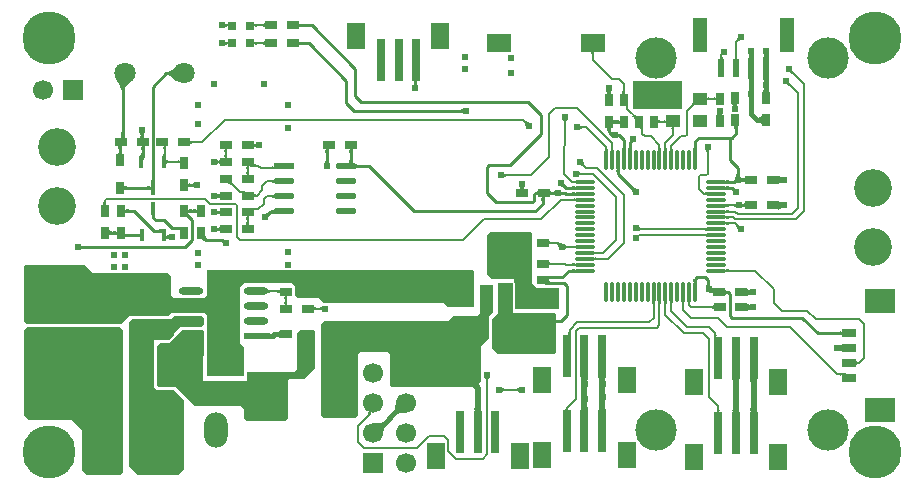
<source format=gtl>
G04*
G04 #@! TF.GenerationSoftware,Altium Limited,Altium Designer,24.0.1 (36)*
G04*
G04 Layer_Physical_Order=1*
G04 Layer_Color=255*
%FSLAX44Y44*%
%MOMM*%
G71*
G04*
G04 #@! TF.SameCoordinates,72622C8A-B07E-4F55-B3FE-632304D3AF33*
G04*
G04*
G04 #@! TF.FilePolarity,Positive*
G04*
G01*
G75*
%ADD10C,0.2540*%
%ADD14C,0.2032*%
%ADD16C,0.5080*%
%ADD25R,2.2000X1.7500*%
%ADD26R,1.5000X2.3000*%
%ADD27R,0.7000X3.6000*%
%ADD28R,1.0160X0.7620*%
%ADD29R,1.0160X0.8000*%
%ADD30R,0.8000X1.0160*%
%ADD31R,0.4500X1.0000*%
%ADD32R,0.7500X1.0000*%
%ADD33R,0.8000X0.8000*%
%ADD34R,2.0000X1.5000*%
%ADD35R,0.6000X1.5000*%
%ADD36R,1.2000X3.0000*%
%ADD37R,0.7620X1.0160*%
%ADD38R,1.3000X1.1000*%
%ADD39R,2.5000X2.1000*%
%ADD40R,1.3000X0.8000*%
%ADD41R,1.2700X1.2700*%
%ADD42R,1.0160X1.3970*%
%ADD43R,2.2000X2.2000*%
%ADD44R,1.4000X1.2000*%
%ADD45R,1.6000X1.5240*%
%ADD46R,1.8000X0.5500*%
%ADD47O,1.8000X0.5500*%
%ADD48O,2.1000X0.6000*%
%ADD49R,2.1000X0.6000*%
%ADD50R,3.0000X3.5000*%
%ADD51R,1.7500X2.2000*%
%ADD52O,0.3000X1.8000*%
%ADD53O,1.8000X0.3000*%
%ADD84C,4.5000*%
%ADD91C,3.5000*%
%ADD93R,2.5000X3.4000*%
%ADD94C,0.3810*%
%ADD95O,2.0000X3.0000*%
%ADD96R,1.7000X1.7000*%
%ADD97C,1.7000*%
%ADD98R,1.7000X1.7000*%
%ADD99C,3.2000*%
%ADD100C,1.8000*%
%ADD101C,0.6096*%
G36*
X207960Y384048D02*
X207939Y384241D01*
X207878Y384414D01*
X207774Y384566D01*
X207630Y384698D01*
X207444Y384810D01*
X207218Y384901D01*
X206949Y384973D01*
X206640Y385023D01*
X206289Y385054D01*
X205898Y385064D01*
Y387096D01*
X206289Y387106D01*
X206640Y387137D01*
X206949Y387187D01*
X207218Y387259D01*
X207444Y387350D01*
X207630Y387462D01*
X207774Y387594D01*
X207878Y387746D01*
X207939Y387919D01*
X207960Y388112D01*
Y384048D01*
D02*
G37*
G36*
X199945Y387919D02*
X200006Y387746D01*
X200107Y387594D01*
X200250Y387462D01*
X200432Y387350D01*
X200656Y387259D01*
X200920Y387187D01*
X201225Y387137D01*
X201570Y387106D01*
X201956Y387096D01*
Y385064D01*
X201570Y385054D01*
X201225Y385023D01*
X200920Y384973D01*
X200656Y384901D01*
X200432Y384810D01*
X200250Y384698D01*
X200107Y384566D01*
X200006Y384414D01*
X199945Y384241D01*
X199924Y384048D01*
Y388112D01*
X199945Y387919D01*
D02*
G37*
G36*
X173849Y388001D02*
X174078Y387811D01*
X174314Y387644D01*
X174557Y387498D01*
X174806Y387375D01*
X175062Y387275D01*
X175195Y387235D01*
X175284Y387259D01*
X175511Y387350D01*
X175696Y387462D01*
X175841Y387594D01*
X175944Y387746D01*
X176006Y387919D01*
X176026Y388112D01*
Y387101D01*
X176152Y387096D01*
Y385064D01*
X176026Y385059D01*
Y384048D01*
X176006Y384241D01*
X175944Y384414D01*
X175841Y384566D01*
X175696Y384698D01*
X175511Y384810D01*
X175284Y384901D01*
X175195Y384925D01*
X175062Y384885D01*
X174806Y384785D01*
X174557Y384662D01*
X174314Y384516D01*
X174078Y384349D01*
X173849Y384159D01*
X173627Y383946D01*
Y388214D01*
X173849Y388001D01*
D02*
G37*
G36*
X236566Y388379D02*
X236643Y388163D01*
X236771Y387972D01*
X236951Y387807D01*
X237183Y387668D01*
X237465Y387553D01*
X237800Y387464D01*
X238185Y387401D01*
X238622Y387363D01*
X239111Y387350D01*
Y384810D01*
X238622Y384797D01*
X238185Y384759D01*
X237800Y384696D01*
X237465Y384607D01*
X237183Y384492D01*
X236951Y384353D01*
X236771Y384188D01*
X236643Y383997D01*
X236566Y383781D01*
X236540Y383540D01*
Y388620D01*
X236566Y388379D01*
D02*
G37*
G36*
X610840Y372872D02*
X610532Y372865D01*
X610236Y372837D01*
X609950Y372789D01*
X609676Y372720D01*
X609413Y372631D01*
X609161Y372521D01*
X608920Y372391D01*
X608690Y372240D01*
X608471Y372068D01*
X608263Y371876D01*
X606826Y373313D01*
X607018Y373521D01*
X607190Y373740D01*
X607341Y373970D01*
X607471Y374211D01*
X607581Y374463D01*
X607670Y374726D01*
X607739Y375000D01*
X607787Y375286D01*
X607815Y375582D01*
X607822Y375890D01*
X610840Y372872D01*
D02*
G37*
G36*
X207960Y368808D02*
X207939Y369001D01*
X207878Y369174D01*
X207774Y369326D01*
X207630Y369458D01*
X207444Y369570D01*
X207218Y369661D01*
X206949Y369733D01*
X206640Y369783D01*
X206289Y369814D01*
X205898Y369824D01*
Y371856D01*
X206289Y371866D01*
X206640Y371897D01*
X206949Y371947D01*
X207218Y372019D01*
X207444Y372110D01*
X207630Y372222D01*
X207774Y372354D01*
X207878Y372506D01*
X207939Y372679D01*
X207960Y372872D01*
Y368808D01*
D02*
G37*
G36*
X199945Y372679D02*
X200006Y372506D01*
X200107Y372354D01*
X200250Y372222D01*
X200432Y372110D01*
X200656Y372019D01*
X200920Y371947D01*
X201225Y371897D01*
X201570Y371866D01*
X201956Y371856D01*
Y369824D01*
X201570Y369814D01*
X201225Y369783D01*
X200920Y369733D01*
X200656Y369661D01*
X200432Y369570D01*
X200250Y369458D01*
X200107Y369326D01*
X200006Y369174D01*
X199945Y369001D01*
X199924Y368808D01*
Y372872D01*
X199945Y372679D01*
D02*
G37*
G36*
X173871Y372734D02*
X174097Y372543D01*
X174331Y372374D01*
X174572Y372227D01*
X174819Y372103D01*
X175074Y372002D01*
X175204Y371963D01*
X175284Y371984D01*
X175511Y372075D01*
X175696Y372187D01*
X175841Y372319D01*
X175944Y372471D01*
X176006Y372644D01*
X176026Y372837D01*
Y371827D01*
X176164Y371821D01*
X176140Y369789D01*
X176026Y369785D01*
Y368773D01*
X176006Y368966D01*
X175944Y369139D01*
X175841Y369291D01*
X175696Y369423D01*
X175511Y369535D01*
X175284Y369627D01*
X175186Y369652D01*
X175049Y369612D01*
X174792Y369512D01*
X174541Y369390D01*
X174297Y369246D01*
X174059Y369080D01*
X173827Y368892D01*
X173602Y368682D01*
X173651Y372949D01*
X173871Y372734D01*
D02*
G37*
G36*
X236566Y373139D02*
X236643Y372923D01*
X236771Y372732D01*
X236951Y372567D01*
X237183Y372427D01*
X237465Y372313D01*
X237800Y372224D01*
X238185Y372161D01*
X238622Y372123D01*
X239111Y372110D01*
Y369570D01*
X238622Y369557D01*
X238185Y369519D01*
X237800Y369456D01*
X237465Y369367D01*
X237183Y369253D01*
X236951Y369113D01*
X236771Y368948D01*
X236643Y368757D01*
X236566Y368541D01*
X236540Y368300D01*
Y373380D01*
X236566Y373139D01*
D02*
G37*
G36*
X487567Y363580D02*
X487394Y363518D01*
X487242Y363415D01*
X487109Y363270D01*
X486998Y363085D01*
X486906Y362858D01*
X486835Y362590D01*
X486784Y362281D01*
X486754Y361930D01*
X486744Y361538D01*
X484712D01*
X484701Y361930D01*
X484671Y362281D01*
X484620Y362590D01*
X484549Y362858D01*
X484458Y363085D01*
X484346Y363270D01*
X484214Y363415D01*
X484061Y363518D01*
X483889Y363580D01*
X483696Y363601D01*
X487760D01*
X487567Y363580D01*
D02*
G37*
G36*
X634484Y362211D02*
X634433Y362147D01*
X634387Y362053D01*
X634347Y361927D01*
X634312Y361770D01*
X634282Y361581D01*
X634239Y361110D01*
X634220Y360566D01*
X634224Y360206D01*
X634361Y358491D01*
X634444Y358072D01*
X634544Y357729D01*
X634663Y357462D01*
X634800Y357272D01*
X634956Y357158D01*
X635130Y357119D01*
X629190D01*
X629421Y357158D01*
X629628Y357272D01*
X629810Y357462D01*
X629968Y357729D01*
X630101Y358072D01*
X630211Y358491D01*
X630296Y358986D01*
X630356Y359558D01*
X630400Y360800D01*
X630315Y362157D01*
X630288Y362277D01*
X630257Y362365D01*
X630222Y362421D01*
X634484Y362211D01*
D02*
G37*
G36*
X621821Y362244D02*
X621772Y362182D01*
X621729Y362088D01*
X621690Y361962D01*
X621657Y361805D01*
X621629Y361617D01*
X621588Y361147D01*
X621570Y360612D01*
X621576Y360206D01*
X621661Y358986D01*
X621735Y358491D01*
X621831Y358072D01*
X621948Y357729D01*
X622087Y357462D01*
X622246Y357272D01*
X622427Y357158D01*
X622630Y357119D01*
X616690D01*
X616893Y357158D01*
X617074Y357272D01*
X617233Y357462D01*
X617372Y357729D01*
X617489Y358072D01*
X617585Y358491D01*
X617659Y358986D01*
X617712Y359558D01*
X617750Y360760D01*
X617658Y362115D01*
X617628Y362237D01*
X617594Y362327D01*
X617556Y362384D01*
X621821Y362244D01*
D02*
G37*
G36*
X608186Y358765D02*
X608217Y358420D01*
X608267Y358115D01*
X608339Y357851D01*
X608430Y357627D01*
X608542Y357445D01*
X608674Y357302D01*
X608826Y357201D01*
X608999Y357140D01*
X609192Y357119D01*
X605128D01*
X605321Y357140D01*
X605494Y357201D01*
X605646Y357302D01*
X605778Y357445D01*
X605890Y357627D01*
X605981Y357851D01*
X606053Y358115D01*
X606103Y358420D01*
X606134Y358765D01*
X606144Y359151D01*
X608176D01*
X608186Y358765D01*
D02*
G37*
G36*
X595686D02*
X595717Y358420D01*
X595767Y358115D01*
X595839Y357851D01*
X595930Y357627D01*
X596042Y357445D01*
X596174Y357302D01*
X596326Y357201D01*
X596499Y357140D01*
X596692Y357119D01*
X592628D01*
X592821Y357140D01*
X592994Y357201D01*
X593146Y357302D01*
X593278Y357445D01*
X593390Y357627D01*
X593481Y357851D01*
X593553Y358115D01*
X593603Y358420D01*
X593634Y358765D01*
X593644Y359151D01*
X595676D01*
X595686Y358765D01*
D02*
G37*
G36*
X654565Y348912D02*
X654593Y348616D01*
X654641Y348330D01*
X654710Y348056D01*
X654799Y347793D01*
X654909Y347541D01*
X655039Y347300D01*
X655190Y347070D01*
X655362Y346851D01*
X655554Y346643D01*
X654117Y345206D01*
X653909Y345398D01*
X653690Y345570D01*
X653460Y345721D01*
X653219Y345851D01*
X652967Y345961D01*
X652704Y346050D01*
X652430Y346119D01*
X652144Y346167D01*
X651848Y346195D01*
X651541Y346202D01*
X654558Y349220D01*
X654565Y348912D01*
D02*
G37*
G36*
X89536Y341635D02*
X89447Y341396D01*
X89368Y341069D01*
X89299Y340654D01*
X89194Y339557D01*
X89174Y338982D01*
X94535Y337849D01*
X93504Y337159D01*
X91768Y335787D01*
X91063Y335104D01*
X90466Y334424D01*
X89977Y333746D01*
X89598Y333071D01*
X89326Y332398D01*
X89164Y331727D01*
X89109Y331059D01*
X86569Y331602D01*
X86526Y332104D01*
X86395Y332691D01*
X86177Y333363D01*
X85871Y334121D01*
X85479Y334963D01*
X84432Y336904D01*
X83036Y339185D01*
X82207Y340454D01*
X86411Y339566D01*
X86311Y341069D01*
X86232Y341396D01*
X86142Y341635D01*
X86042Y341785D01*
X89636D01*
X89536Y341635D01*
D02*
G37*
G36*
X133273Y339140D02*
X132306Y340096D01*
X130492Y341705D01*
X129645Y342359D01*
X128837Y342912D01*
X128068Y343365D01*
X127339Y343717D01*
X126650Y343969D01*
X126000Y344120D01*
X125390Y344170D01*
Y346710D01*
X126000Y346760D01*
X126650Y346911D01*
X127339Y347163D01*
X128068Y347515D01*
X128837Y347967D01*
X129645Y348521D01*
X130492Y349175D01*
X132306Y350784D01*
X133273Y351740D01*
Y339140D01*
D02*
G37*
G36*
X622437Y342142D02*
X622264Y342028D01*
X622112Y341838D01*
X621980Y341571D01*
X621869Y341228D01*
X621777Y340809D01*
X621706Y340314D01*
X621656Y339742D01*
X621615Y338371D01*
X617805D01*
X617794Y339094D01*
X617705Y340314D01*
X617627Y340809D01*
X617526Y341228D01*
X617404Y341571D01*
X617259Y341838D01*
X617092Y342028D01*
X616902Y342142D01*
X616690Y342180D01*
X622630D01*
X622437Y342142D01*
D02*
G37*
G36*
X634956D02*
X634800Y342028D01*
X634663Y341838D01*
X634544Y341571D01*
X634444Y341228D01*
X634361Y340809D01*
X634297Y340314D01*
X634226Y339122D01*
X634282Y338189D01*
X634312Y338000D01*
X634347Y337843D01*
X634387Y337717D01*
X634433Y337622D01*
X634484Y337559D01*
X630222Y337349D01*
X630257Y337405D01*
X630288Y337493D01*
X630315Y337613D01*
X630339Y337766D01*
X630376Y338168D01*
X630397Y338832D01*
X630393Y339094D01*
X630296Y340314D01*
X630211Y340809D01*
X630101Y341228D01*
X629968Y341571D01*
X629810Y341838D01*
X629628Y342028D01*
X629421Y342142D01*
X629190Y342180D01*
X635130D01*
X634956Y342142D01*
D02*
G37*
G36*
X652025Y338752D02*
X652053Y338456D01*
X652101Y338170D01*
X652170Y337896D01*
X652259Y337633D01*
X652369Y337381D01*
X652499Y337140D01*
X652650Y336910D01*
X652822Y336691D01*
X653014Y336483D01*
X651577Y335046D01*
X651369Y335238D01*
X651150Y335410D01*
X650920Y335561D01*
X650679Y335691D01*
X650427Y335801D01*
X650164Y335890D01*
X649890Y335959D01*
X649604Y336007D01*
X649308Y336035D01*
X649000Y336042D01*
X652018Y339059D01*
X652025Y338752D01*
D02*
G37*
G36*
X337634Y338910D02*
X337461Y338848D01*
X337309Y338745D01*
X337177Y338601D01*
X337065Y338415D01*
X336973Y338189D01*
X336902Y337920D01*
X336852Y337611D01*
X336821Y337260D01*
X336816Y337060D01*
X336820Y336929D01*
X336849Y336656D01*
X336896Y336384D01*
X336961Y336114D01*
X337046Y335845D01*
X337149Y335578D01*
X337271Y335312D01*
X337412Y335048D01*
X337572Y334786D01*
X337751Y334525D01*
X333545Y335246D01*
X333779Y335423D01*
X333989Y335612D01*
X334174Y335815D01*
X334335Y336029D01*
X334470Y336255D01*
X334581Y336495D01*
X334668Y336746D01*
X334730Y337010D01*
X334767Y337286D01*
X334738Y337611D01*
X334688Y337920D01*
X334616Y338189D01*
X334525Y338415D01*
X334413Y338601D01*
X334281Y338745D01*
X334129Y338848D01*
X333956Y338910D01*
X333763Y338931D01*
X337827D01*
X337634Y338910D01*
D02*
G37*
G36*
X621617Y331562D02*
X621702Y330308D01*
X621734Y330151D01*
X621770Y330027D01*
X621811Y329933D01*
X621858Y329871D01*
X617591Y329801D01*
X617632Y329861D01*
X617668Y329952D01*
X617700Y330075D01*
X617728Y330230D01*
X617771Y330635D01*
X617796Y331167D01*
X617805Y331827D01*
X621615Y331907D01*
X621617Y331562D01*
D02*
G37*
G36*
X632666Y333091D02*
X634215D01*
X634217Y333014D01*
X634484Y333001D01*
X634433Y332938D01*
X634387Y332843D01*
X634347Y332717D01*
X634312Y332560D01*
X634282Y332371D01*
X634262Y332041D01*
X634291Y331710D01*
X634386Y331135D01*
X634520Y330636D01*
X634691Y330214D01*
X634901Y329868D01*
X635148Y329599D01*
X635434Y329406D01*
X635758Y329290D01*
X636120Y329250D01*
X628680Y329281D01*
X629008Y329319D01*
X629301Y329433D01*
X629560Y329623D01*
X629784Y329890D01*
X629974Y330233D01*
X630129Y330652D01*
X630250Y331147D01*
X630336Y331719D01*
X630380Y332267D01*
X630376Y332392D01*
X630339Y332794D01*
X630315Y332947D01*
X630288Y333067D01*
X630257Y333155D01*
X630222Y333211D01*
X632666Y333091D01*
D02*
G37*
G36*
X512836Y329651D02*
X512867Y329300D01*
X512917Y328991D01*
X512989Y328722D01*
X513080Y328496D01*
X513192Y328310D01*
X513324Y328166D01*
X513476Y328063D01*
X513649Y328001D01*
X513842Y327980D01*
X509778D01*
X509971Y328001D01*
X510144Y328063D01*
X510296Y328166D01*
X510428Y328310D01*
X510540Y328496D01*
X510631Y328722D01*
X510703Y328991D01*
X510753Y329300D01*
X510784Y329651D01*
X510794Y330042D01*
X512826D01*
X512836Y329651D01*
D02*
G37*
G36*
X501079Y330387D02*
X500933Y330196D01*
X500803Y329990D01*
X500691Y329769D01*
X500596Y329534D01*
X500518Y329285D01*
X500502Y329212D01*
X500583Y328905D01*
X500698Y328623D01*
X500837Y328391D01*
X501002Y328211D01*
X501193Y328083D01*
X501409Y328006D01*
X501650Y327980D01*
X496570D01*
X496811Y328006D01*
X497027Y328083D01*
X497218Y328211D01*
X497383Y328391D01*
X497523Y328623D01*
X497637Y328905D01*
X497718Y329212D01*
X497702Y329285D01*
X497624Y329534D01*
X497529Y329769D01*
X497417Y329990D01*
X497287Y330196D01*
X497141Y330387D01*
X496976Y330563D01*
X501244D01*
X501079Y330387D01*
D02*
G37*
G36*
X621821Y325414D02*
X621772Y325352D01*
X621729Y325258D01*
X621690Y325132D01*
X621657Y324975D01*
X621629Y324787D01*
X621588Y324316D01*
X621567Y323720D01*
X621565Y323375D01*
X617755Y323535D01*
X617753Y323882D01*
X617658Y325285D01*
X617628Y325407D01*
X617594Y325497D01*
X617556Y325555D01*
X621821Y325414D01*
D02*
G37*
G36*
X589310Y321768D02*
X589290Y321961D01*
X589229Y322134D01*
X589128Y322286D01*
X588985Y322418D01*
X588802Y322530D01*
X588579Y322621D01*
X588315Y322692D01*
X588010Y322743D01*
X587665Y322774D01*
X587279Y322784D01*
Y324816D01*
X587665Y324826D01*
X588010Y324857D01*
X588315Y324907D01*
X588579Y324978D01*
X588802Y325070D01*
X588985Y325182D01*
X589128Y325314D01*
X589229Y325466D01*
X589290Y325639D01*
X589310Y325832D01*
Y321768D01*
D02*
G37*
G36*
X583070Y325639D02*
X583131Y325466D01*
X583232Y325314D01*
X583375Y325182D01*
X583558Y325070D01*
X583781Y324978D01*
X584045Y324907D01*
X584350Y324857D01*
X584695Y324826D01*
X585081Y324816D01*
Y322784D01*
X584695Y322774D01*
X584350Y322743D01*
X584045Y322692D01*
X583781Y322621D01*
X583558Y322530D01*
X583375Y322418D01*
X583232Y322286D01*
X583131Y322134D01*
X583070Y321961D01*
X583050Y321768D01*
Y325832D01*
X583070Y325639D01*
D02*
G37*
G36*
X572984Y318361D02*
X572829Y318473D01*
X572644Y318527D01*
X572430Y318524D01*
X572187Y318464D01*
X571914Y318346D01*
X571612Y318170D01*
X571281Y317937D01*
X570920Y317647D01*
X570111Y316894D01*
X568674Y318330D01*
X569079Y318750D01*
X569717Y319501D01*
X569950Y319832D01*
X570126Y320134D01*
X570244Y320407D01*
X570304Y320650D01*
X570307Y320864D01*
X570253Y321049D01*
X570141Y321204D01*
X572984Y318361D01*
D02*
G37*
G36*
X607069Y319633D02*
X607094Y319339D01*
X607114Y319212D01*
X608330D01*
X608089Y319186D01*
X607873Y319109D01*
X607682Y318981D01*
X607517Y318801D01*
X607378Y318569D01*
X607322Y318432D01*
X607371Y318312D01*
X607483Y318091D01*
X607613Y317885D01*
X607760Y317694D01*
X607924Y317518D01*
X607107D01*
X607073Y317130D01*
X607060Y316642D01*
X604520D01*
X604507Y317130D01*
X604473Y317518D01*
X603656D01*
X603820Y317694D01*
X603967Y317885D01*
X604097Y318091D01*
X604209Y318312D01*
X604258Y318432D01*
X604202Y318569D01*
X604063Y318801D01*
X603898Y318981D01*
X603707Y319109D01*
X603491Y319186D01*
X603250Y319212D01*
X604466D01*
X604486Y319339D01*
X604511Y319633D01*
X604520Y319941D01*
X607060D01*
X607069Y319633D01*
D02*
G37*
G36*
X515779Y317911D02*
X515785Y317891D01*
X515790Y317830D01*
X515802Y317404D01*
X515810Y315879D01*
X513778D01*
X513768Y316269D01*
X513737Y316619D01*
X513687Y316927D01*
X513615Y317194D01*
X513524Y317421D01*
X513412Y317607D01*
X513280Y317752D01*
X513128Y317856D01*
X512955Y317920D01*
X512762Y317942D01*
X515779Y317911D01*
D02*
G37*
G36*
X561340Y314960D02*
X519430D01*
Y339090D01*
X561340D01*
Y314960D01*
D02*
G37*
G36*
X376283Y311556D02*
X376107Y311721D01*
X375915Y311867D01*
X375710Y311997D01*
X375489Y312109D01*
X375254Y312204D01*
X375005Y312282D01*
X374741Y312342D01*
X374462Y312386D01*
X374168Y312411D01*
X373860Y312420D01*
Y314960D01*
X374168Y314969D01*
X374462Y314995D01*
X374741Y315038D01*
X375005Y315098D01*
X375254Y315176D01*
X375489Y315271D01*
X375710Y315383D01*
X375915Y315513D01*
X376107Y315660D01*
X376283Y315824D01*
Y311556D01*
D02*
G37*
G36*
X594373Y312409D02*
X594411Y311972D01*
X594474Y311587D01*
X594494Y311513D01*
X595224D01*
X595060Y311337D01*
X594913Y311145D01*
X594783Y310940D01*
X594743Y310861D01*
X594817Y310738D01*
X594982Y310558D01*
X595173Y310430D01*
X595389Y310353D01*
X595630Y310327D01*
X594527D01*
X594498Y310235D01*
X594438Y309971D01*
X594394Y309692D01*
X594369Y309398D01*
X594360Y309090D01*
X591820D01*
X591811Y309398D01*
X591786Y309692D01*
X591742Y309971D01*
X591682Y310235D01*
X591653Y310327D01*
X590550D01*
X590791Y310353D01*
X591007Y310430D01*
X591198Y310558D01*
X591363Y310738D01*
X591437Y310861D01*
X591397Y310940D01*
X591267Y311145D01*
X591120Y311337D01*
X590956Y311513D01*
X591686D01*
X591706Y311587D01*
X591769Y311972D01*
X591807Y312409D01*
X591820Y312897D01*
X594360D01*
X594373Y312409D01*
D02*
G37*
G36*
X521147Y310503D02*
X521894Y309871D01*
X522225Y309641D01*
X522527Y309468D01*
X522799Y309354D01*
X523044Y309296D01*
X523259D01*
X523446Y309354D01*
X523604Y309468D01*
X520731Y306595D01*
X520845Y306753D01*
X520903Y306940D01*
Y307155D01*
X520845Y307400D01*
X520731Y307673D01*
X520558Y307974D01*
X520328Y308305D01*
X520041Y308664D01*
X519294Y309468D01*
X520731Y310905D01*
X521147Y310503D01*
D02*
G37*
G36*
X507840Y301879D02*
X507815Y302120D01*
X507739Y302336D01*
X507612Y302527D01*
X507434Y302692D01*
X507206Y302831D01*
X506926Y302946D01*
X506596Y303035D01*
X506215Y303098D01*
X505783Y303136D01*
X505365Y303147D01*
X504941Y303136D01*
X504504Y303098D01*
X504119Y303035D01*
X503784Y302946D01*
X503502Y302831D01*
X503270Y302692D01*
X503090Y302527D01*
X502962Y302336D01*
X502885Y302120D01*
X502859Y301879D01*
Y306959D01*
X502885Y306718D01*
X502962Y306502D01*
X503090Y306311D01*
X503270Y306146D01*
X503502Y306007D01*
X503784Y305892D01*
X504119Y305803D01*
X504504Y305740D01*
X504941Y305702D01*
X505365Y305691D01*
X505783Y305702D01*
X506215Y305740D01*
X506596Y305803D01*
X506926Y305892D01*
X507206Y306007D01*
X507434Y306146D01*
X507612Y306311D01*
X507739Y306502D01*
X507815Y306718D01*
X507840Y306959D01*
Y301879D01*
D02*
G37*
G36*
X464201Y306211D02*
X464011Y305982D01*
X463844Y305746D01*
X463698Y305503D01*
X463575Y305254D01*
X463475Y304998D01*
X463397Y304736D01*
X463341Y304466D01*
X463307Y304190D01*
X463296Y303908D01*
X461264D01*
X461253Y304190D01*
X461219Y304466D01*
X461163Y304736D01*
X461085Y304998D01*
X460985Y305254D01*
X460862Y305503D01*
X460716Y305746D01*
X460549Y305982D01*
X460359Y306211D01*
X460146Y306433D01*
X464414D01*
X464201Y306211D01*
D02*
G37*
G36*
X547141Y302387D02*
X547120Y302580D01*
X547058Y302753D01*
X546955Y302905D01*
X546811Y303037D01*
X546625Y303149D01*
X546399Y303240D01*
X546130Y303312D01*
X545821Y303362D01*
X545470Y303393D01*
X545079Y303403D01*
Y305435D01*
X545470Y305445D01*
X545821Y305476D01*
X546130Y305526D01*
X546399Y305598D01*
X546625Y305689D01*
X546811Y305801D01*
X546955Y305933D01*
X547058Y306085D01*
X547120Y306258D01*
X547141Y306451D01*
Y302387D01*
D02*
G37*
G36*
X541010Y306258D02*
X541071Y306085D01*
X541172Y305933D01*
X541315Y305801D01*
X541497Y305689D01*
X541721Y305598D01*
X541985Y305526D01*
X542290Y305476D01*
X542635Y305445D01*
X543022Y305435D01*
Y303403D01*
X542635Y303393D01*
X542290Y303362D01*
X541985Y303312D01*
X541721Y303240D01*
X541497Y303149D01*
X541315Y303037D01*
X541172Y302905D01*
X541071Y302753D01*
X541010Y302580D01*
X540989Y302387D01*
Y306451D01*
X541010Y306258D01*
D02*
G37*
G36*
X628680Y302260D02*
X628642Y302622D01*
X628528Y302946D01*
X628338Y303232D01*
X628071Y303479D01*
X627728Y303689D01*
X627309Y303860D01*
X626814Y303993D01*
X626242Y304089D01*
X625594Y304146D01*
X624870Y304165D01*
Y307975D01*
X625594Y307994D01*
X626242Y308051D01*
X626814Y308146D01*
X627309Y308280D01*
X627728Y308451D01*
X628071Y308661D01*
X628338Y308909D01*
X628528Y309194D01*
X628642Y309518D01*
X628680Y309880D01*
Y302260D01*
D02*
G37*
G36*
X429502Y304889D02*
X429720Y304717D01*
X429949Y304564D01*
X430190Y304431D01*
X430442Y304317D01*
X430706Y304222D01*
X430981Y304147D01*
X431267Y304091D01*
X431565Y304055D01*
X431875Y304037D01*
X428755Y301125D01*
X428758Y301430D01*
X428739Y301725D01*
X428699Y302009D01*
X428636Y302282D01*
X428552Y302544D01*
X428447Y302796D01*
X428319Y303037D01*
X428170Y303267D01*
X427999Y303487D01*
X427806Y303696D01*
X429295Y305080D01*
X429502Y304889D01*
D02*
G37*
G36*
X609570Y300639D02*
X609334Y300614D01*
X609123Y300538D01*
X608937Y300411D01*
X608776Y300233D01*
X608640Y300005D01*
X608528Y299725D01*
X608442Y299395D01*
X608380Y299014D01*
X608342Y298582D01*
X608330Y298099D01*
X605790D01*
X605777Y298587D01*
X605739Y299022D01*
X605676Y299407D01*
X605587Y299741D01*
X605472Y300023D01*
X605333Y300255D01*
X605168Y300435D01*
X604977Y300565D01*
X604761Y300643D01*
X604520Y300670D01*
X609570Y300639D01*
D02*
G37*
G36*
X474839Y301641D02*
X475068Y301451D01*
X475304Y301284D01*
X475547Y301138D01*
X475796Y301015D01*
X476052Y300915D01*
X476314Y300837D01*
X476584Y300781D01*
X476860Y300747D01*
X477142Y300736D01*
Y298704D01*
X476860Y298693D01*
X476584Y298659D01*
X476314Y298603D01*
X476052Y298525D01*
X475796Y298425D01*
X475547Y298302D01*
X475304Y298156D01*
X475068Y297989D01*
X474839Y297799D01*
X474617Y297586D01*
Y301854D01*
X474839Y301641D01*
D02*
G37*
G36*
X528289Y299370D02*
X528295Y299349D01*
X528301Y299288D01*
X528312Y298862D01*
X528320Y297337D01*
X526288D01*
X526278Y297728D01*
X526247Y298077D01*
X526197Y298385D01*
X526125Y298652D01*
X526034Y298879D01*
X525922Y299065D01*
X525790Y299210D01*
X525638Y299314D01*
X525465Y299377D01*
X525272Y299400D01*
X528289Y299370D01*
D02*
G37*
G36*
X555419Y299340D02*
X555246Y299278D01*
X555094Y299175D01*
X554962Y299031D01*
X554850Y298845D01*
X554759Y298619D01*
X554687Y298350D01*
X554637Y298041D01*
X554606Y297690D01*
X554596Y297299D01*
X552564D01*
X552554Y297690D01*
X552523Y298041D01*
X552473Y298350D01*
X552401Y298619D01*
X552310Y298845D01*
X552198Y299031D01*
X552066Y299175D01*
X551914Y299278D01*
X551741Y299340D01*
X551548Y299361D01*
X555612D01*
X555419Y299340D01*
D02*
G37*
G36*
X501409Y299374D02*
X501193Y299297D01*
X501002Y299169D01*
X500837Y298989D01*
X500698Y298757D01*
X500583Y298475D01*
X500494Y298140D01*
X500431Y297755D01*
X500393Y297318D01*
X500380Y296829D01*
X497840D01*
X497827Y297318D01*
X497789Y297755D01*
X497726Y298140D01*
X497637Y298475D01*
X497523Y298757D01*
X497383Y298989D01*
X497218Y299169D01*
X497027Y299297D01*
X496811Y299374D01*
X496570Y299400D01*
X501650D01*
X501409Y299374D01*
D02*
G37*
G36*
X106110Y294827D02*
X105963Y294636D01*
X105833Y294430D01*
X105721Y294209D01*
X105626Y293974D01*
X105548Y293725D01*
X105488Y293461D01*
X105444Y293182D01*
X105421Y292915D01*
X105423Y292851D01*
X105461Y292414D01*
X105524Y292029D01*
X105613Y291694D01*
X105728Y291412D01*
X105867Y291180D01*
X106032Y291000D01*
X106223Y290872D01*
X106439Y290795D01*
X106680Y290769D01*
X101600D01*
X101841Y290795D01*
X102057Y290872D01*
X102248Y291000D01*
X102413Y291180D01*
X102552Y291412D01*
X102667Y291694D01*
X102756Y292029D01*
X102819Y292414D01*
X102857Y292851D01*
X102859Y292915D01*
X102836Y293182D01*
X102792Y293461D01*
X102732Y293725D01*
X102654Y293974D01*
X102559Y294209D01*
X102447Y294430D01*
X102317Y294636D01*
X102170Y294827D01*
X102006Y295003D01*
X106274D01*
X106110Y294827D01*
D02*
G37*
G36*
X89115Y294623D02*
X89307Y291715D01*
X89312Y291694D01*
X89427Y291412D01*
X89566Y291180D01*
X89732Y291000D01*
X89922Y290872D01*
X90138Y290795D01*
X90379Y290769D01*
X89375D01*
X89447Y290473D01*
X89536Y290235D01*
X89636Y290085D01*
X86042D01*
X86142Y290235D01*
X86232Y290473D01*
X86303Y290769D01*
X85299D01*
X85541Y290795D01*
X85757Y290872D01*
X85947Y291000D01*
X86112Y291180D01*
X86252Y291412D01*
X86366Y291694D01*
X86455Y292029D01*
X86461Y292067D01*
X86485Y292313D01*
X86564Y294623D01*
X86569Y295570D01*
X89109D01*
X89115Y294623D01*
D02*
G37*
G36*
X201023Y282346D02*
X200801Y282559D01*
X200572Y282749D01*
X200336Y282916D01*
X200093Y283062D01*
X199844Y283185D01*
X199588Y283285D01*
X199368Y283351D01*
X199182Y283301D01*
X198956Y283210D01*
X198770Y283098D01*
X198626Y282966D01*
X198522Y282814D01*
X198461Y282641D01*
X198440Y282448D01*
Y286512D01*
X198461Y286319D01*
X198522Y286146D01*
X198626Y285994D01*
X198770Y285862D01*
X198956Y285750D01*
X199182Y285659D01*
X199368Y285609D01*
X199588Y285675D01*
X199844Y285775D01*
X200093Y285898D01*
X200336Y286044D01*
X200572Y286211D01*
X200801Y286401D01*
X201023Y286614D01*
Y282346D01*
D02*
G37*
G36*
X144740Y288859D02*
X144802Y288686D01*
X144905Y288534D01*
X145049Y288402D01*
X145235Y288290D01*
X145462Y288199D01*
X145730Y288127D01*
X146039Y288077D01*
X146390Y288046D01*
X146782Y288036D01*
Y286004D01*
X146390Y285994D01*
X146039Y285963D01*
X145730Y285913D01*
X145462Y285841D01*
X145235Y285750D01*
X145049Y285638D01*
X144905Y285506D01*
X144802Y285354D01*
X144740Y285181D01*
X144719Y284988D01*
Y289052D01*
X144740Y288859D01*
D02*
G37*
G36*
X125029Y283060D02*
X124856Y282999D01*
X124704Y282895D01*
X124572Y282751D01*
X124460Y282565D01*
X124369Y282339D01*
X124297Y282070D01*
X124247Y281761D01*
X124216Y281410D01*
X124206Y281019D01*
X122174D01*
X122164Y281410D01*
X122133Y281761D01*
X122083Y282070D01*
X122011Y282339D01*
X121920Y282565D01*
X121808Y282751D01*
X121676Y282895D01*
X121524Y282999D01*
X121351Y283060D01*
X121158Y283081D01*
X125222D01*
X125029Y283060D01*
D02*
G37*
G36*
X106820Y283215D02*
X106604Y283139D01*
X106413Y283012D01*
X106248Y282834D01*
X106109Y282605D01*
X105994Y282326D01*
X105905Y281996D01*
X105842Y281615D01*
X105804Y281183D01*
X105791Y280700D01*
X103251D01*
X103238Y281183D01*
X103200Y281615D01*
X103137Y281996D01*
X103048Y282326D01*
X102934Y282605D01*
X102794Y282834D01*
X102629Y283012D01*
X102438Y283139D01*
X102222Y283215D01*
X101981Y283241D01*
X107061D01*
X106820Y283215D01*
D02*
G37*
G36*
X573554Y279727D02*
X570786D01*
X570807Y279785D01*
X570827Y279890D01*
X570844Y280043D01*
X570882Y280785D01*
X570900Y282438D01*
X573440D01*
X573554Y279727D01*
D02*
G37*
G36*
X553190Y281890D02*
X553278Y280640D01*
X553319Y280399D01*
X553367Y280188D01*
X553422Y280006D01*
X553484Y279852D01*
X553554Y279727D01*
X550786D01*
X550856Y279852D01*
X550918Y280006D01*
X550974Y280188D01*
X551021Y280399D01*
X551062Y280640D01*
X551121Y281207D01*
X551150Y281890D01*
X551154Y282274D01*
X553186D01*
X553190Y281890D01*
D02*
G37*
G36*
X548190D02*
X548278Y280640D01*
X548319Y280399D01*
X548367Y280188D01*
X548422Y280006D01*
X548484Y279852D01*
X548554Y279727D01*
X545786D01*
X545856Y279852D01*
X545918Y280006D01*
X545974Y280188D01*
X546021Y280399D01*
X546062Y280640D01*
X546121Y281207D01*
X546150Y281890D01*
X546154Y282274D01*
X548186D01*
X548190Y281890D01*
D02*
G37*
G36*
X543190D02*
X543278Y280640D01*
X543319Y280399D01*
X543367Y280188D01*
X543422Y280006D01*
X543484Y279852D01*
X543554Y279727D01*
X540786D01*
X540856Y279852D01*
X540918Y280006D01*
X540974Y280188D01*
X541021Y280399D01*
X541062Y280640D01*
X541121Y281207D01*
X541150Y281890D01*
X541154Y282274D01*
X543186D01*
X543190Y281890D01*
D02*
G37*
G36*
X518554Y279727D02*
X515786D01*
X515807Y279785D01*
X515827Y279890D01*
X515844Y280043D01*
X515882Y280785D01*
X515900Y282438D01*
X518440D01*
X518554Y279727D01*
D02*
G37*
G36*
X513554D02*
X510786D01*
X510807Y279785D01*
X510827Y279890D01*
X510844Y280043D01*
X510882Y280785D01*
X510900Y282438D01*
X513440D01*
X513554Y279727D01*
D02*
G37*
G36*
X503190Y281890D02*
X503278Y280640D01*
X503319Y280399D01*
X503367Y280188D01*
X503422Y280006D01*
X503484Y279852D01*
X503554Y279727D01*
X500786D01*
X500856Y279852D01*
X500918Y280006D01*
X500974Y280188D01*
X501021Y280399D01*
X501062Y280640D01*
X501121Y281207D01*
X501150Y281890D01*
X501154Y282274D01*
X503186D01*
X503190Y281890D01*
D02*
G37*
G36*
X498190D02*
X498278Y280640D01*
X498319Y280399D01*
X498367Y280188D01*
X498422Y280006D01*
X498484Y279852D01*
X498554Y279727D01*
X495786D01*
X495856Y279852D01*
X495918Y280006D01*
X495974Y280188D01*
X496021Y280399D01*
X496062Y280640D01*
X496121Y281207D01*
X496150Y281890D01*
X496154Y282274D01*
X498186D01*
X498190Y281890D01*
D02*
G37*
G36*
X176718Y280710D02*
X176545Y280648D01*
X176393Y280545D01*
X176261Y280401D01*
X176149Y280215D01*
X176058Y279988D01*
X175986Y279720D01*
X175936Y279411D01*
X175905Y279060D01*
X175895Y278668D01*
X173863D01*
X173853Y279060D01*
X173822Y279411D01*
X173772Y279720D01*
X173700Y279988D01*
X173609Y280215D01*
X173497Y280401D01*
X173365Y280545D01*
X173213Y280648D01*
X173040Y280710D01*
X172847Y280731D01*
X176911D01*
X176718Y280710D01*
D02*
G37*
G36*
X584851Y280811D02*
X584661Y280582D01*
X584494Y280346D01*
X584348Y280103D01*
X584225Y279854D01*
X584125Y279598D01*
X584047Y279336D01*
X583991Y279066D01*
X583957Y278790D01*
X583946Y278507D01*
X581914D01*
X581903Y278790D01*
X581869Y279066D01*
X581813Y279336D01*
X581735Y279598D01*
X581635Y279854D01*
X581512Y280103D01*
X581366Y280346D01*
X581199Y280582D01*
X581009Y280811D01*
X580796Y281033D01*
X585064D01*
X584851Y280811D01*
D02*
G37*
G36*
X282969Y280675D02*
X282753Y280599D01*
X282562Y280472D01*
X282397Y280294D01*
X282257Y280065D01*
X282143Y279786D01*
X282054Y279456D01*
X281991Y279075D01*
X281953Y278643D01*
X281940Y278160D01*
X279400D01*
X279387Y278643D01*
X279349Y279075D01*
X279286Y279456D01*
X279197Y279786D01*
X279083Y280065D01*
X278943Y280294D01*
X278778Y280472D01*
X278587Y280599D01*
X278371Y280675D01*
X278130Y280700D01*
X283210D01*
X282969Y280675D01*
D02*
G37*
G36*
X262649D02*
X262433Y280599D01*
X262242Y280472D01*
X262077Y280294D01*
X261938Y280065D01*
X261823Y279786D01*
X261734Y279456D01*
X261671Y279075D01*
X261633Y278643D01*
X261620Y278160D01*
X259080D01*
X259067Y278643D01*
X259029Y279075D01*
X258966Y279456D01*
X258877Y279786D01*
X258762Y280065D01*
X258623Y280294D01*
X258458Y280472D01*
X258267Y280599D01*
X258051Y280675D01*
X257810Y280700D01*
X262890D01*
X262649Y280675D01*
D02*
G37*
G36*
X124211Y277125D02*
X124255Y276475D01*
X124293Y276211D01*
X124342Y275987D01*
X124402Y275805D01*
X124472Y275662D01*
X124554Y275561D01*
X124646Y275500D01*
X124749Y275480D01*
X121158Y275449D01*
X121351Y275471D01*
X121524Y275534D01*
X121676Y275638D01*
X121808Y275783D01*
X121920Y275969D01*
X122011Y276196D01*
X122083Y276463D01*
X122133Y276772D01*
X122164Y277121D01*
X122174Y277512D01*
X124206D01*
X124211Y277125D01*
D02*
G37*
G36*
X105750Y275480D02*
X101981Y275449D01*
X102222Y275477D01*
X102438Y275555D01*
X102629Y275685D01*
X102794Y275865D01*
X102934Y276097D01*
X103048Y276379D01*
X103137Y276713D01*
X103200Y277097D01*
X103238Y277533D01*
X103251Y278020D01*
X105791D01*
X105750Y275480D01*
D02*
G37*
G36*
X87232Y284631D02*
X87142Y284392D01*
X87063Y284065D01*
X86994Y283650D01*
X86955Y283241D01*
X88075D01*
X87833Y283215D01*
X87617Y283139D01*
X87427Y283012D01*
X87262Y282834D01*
X87122Y282605D01*
X87008Y282326D01*
X86919Y281996D01*
X86857Y281626D01*
X86810Y280243D01*
X86806Y279548D01*
X86806Y279527D01*
X86817Y279097D01*
X86855Y278660D01*
X86919Y278274D01*
X87008Y277940D01*
X87122Y277658D01*
X87262Y277426D01*
X87427Y277246D01*
X87617Y277118D01*
X87833Y277041D01*
X88075Y277015D01*
X86931D01*
X87063Y275031D01*
X87142Y274704D01*
X87232Y274465D01*
X87332Y274315D01*
X83737D01*
X83837Y274465D01*
X83927Y274704D01*
X84006Y275031D01*
X84075Y275446D01*
X84180Y276543D01*
X84196Y277015D01*
X82994D01*
X83236Y277041D01*
X83452Y277118D01*
X83642Y277246D01*
X83807Y277426D01*
X83947Y277658D01*
X84061Y277940D01*
X84150Y278274D01*
X84214Y278660D01*
X84252Y279097D01*
X84263Y279527D01*
X84263Y279548D01*
X84259Y280243D01*
X84141Y282031D01*
X84061Y282326D01*
X83947Y282605D01*
X83807Y282834D01*
X83642Y283012D01*
X83452Y283139D01*
X83236Y283215D01*
X82994Y283241D01*
X84061D01*
X84006Y284065D01*
X83927Y284392D01*
X83837Y284631D01*
X83737Y284781D01*
X87332D01*
X87232Y284631D01*
D02*
G37*
G36*
X175905Y275871D02*
X175936Y275526D01*
X175986Y275221D01*
X176058Y274957D01*
X176149Y274734D01*
X176261Y274551D01*
X176393Y274408D01*
X176545Y274307D01*
X176718Y274246D01*
X176911Y274226D01*
X172847D01*
X173040Y274246D01*
X173213Y274307D01*
X173365Y274408D01*
X173497Y274551D01*
X173609Y274734D01*
X173700Y274957D01*
X173772Y275221D01*
X173822Y275526D01*
X173853Y275871D01*
X173863Y276257D01*
X175895D01*
X175905Y275871D01*
D02*
G37*
G36*
X281953Y271493D02*
X281991Y271054D01*
X282054Y270667D01*
X282143Y270331D01*
X282257Y270047D01*
X282396Y269814D01*
X282560Y269633D01*
X282750Y269504D01*
X282966Y269426D01*
X283206Y269400D01*
X278130Y269412D01*
X278371Y269438D01*
X278587Y269514D01*
X278778Y269643D01*
X278943Y269822D01*
X279083Y270054D01*
X279197Y270336D01*
X279286Y270671D01*
X279349Y271057D01*
X279387Y271494D01*
X279400Y271983D01*
X281940D01*
X281953Y271493D01*
D02*
G37*
G36*
X261629Y270992D02*
X261654Y270698D01*
X261698Y270419D01*
X261758Y270155D01*
X261836Y269906D01*
X261931Y269671D01*
X262043Y269450D01*
X262173Y269244D01*
X262320Y269053D01*
X262484Y268877D01*
X258216D01*
X258381Y269053D01*
X258527Y269244D01*
X258657Y269450D01*
X258769Y269671D01*
X258864Y269906D01*
X258942Y270155D01*
X259002Y270419D01*
X259046Y270698D01*
X259071Y270992D01*
X259080Y271300D01*
X261620D01*
X261629Y270992D01*
D02*
G37*
G36*
X135761Y268478D02*
X135740Y268671D01*
X135679Y268844D01*
X135575Y268996D01*
X135431Y269128D01*
X135245Y269240D01*
X135019Y269331D01*
X134750Y269403D01*
X134441Y269453D01*
X134090Y269484D01*
X133699Y269494D01*
Y271526D01*
X134090Y271536D01*
X134441Y271567D01*
X134750Y271617D01*
X135019Y271689D01*
X135245Y271780D01*
X135431Y271892D01*
X135575Y272024D01*
X135679Y272176D01*
X135740Y272349D01*
X135761Y272542D01*
Y268478D01*
D02*
G37*
G36*
X124740Y272349D02*
X124802Y272176D01*
X124905Y272024D01*
X125049Y271892D01*
X125235Y271780D01*
X125462Y271689D01*
X125730Y271617D01*
X126039Y271567D01*
X126390Y271536D01*
X126782Y271526D01*
Y269494D01*
X126390Y269484D01*
X126039Y269453D01*
X125730Y269403D01*
X125462Y269331D01*
X125235Y269240D01*
X125049Y269128D01*
X124905Y268996D01*
X124802Y268844D01*
X124740Y268671D01*
X124719Y268478D01*
Y272542D01*
X124740Y272349D01*
D02*
G37*
G36*
X167499Y272177D02*
X167728Y271987D01*
X167964Y271820D01*
X168207Y271674D01*
X168456Y271551D01*
X168712Y271451D01*
X168932Y271385D01*
X169118Y271435D01*
X169344Y271526D01*
X169530Y271638D01*
X169674Y271770D01*
X169778Y271922D01*
X169839Y272095D01*
X169860Y272288D01*
Y268224D01*
X169839Y268417D01*
X169778Y268590D01*
X169674Y268742D01*
X169530Y268874D01*
X169344Y268986D01*
X169118Y269077D01*
X168932Y269127D01*
X168712Y269061D01*
X168456Y268961D01*
X168207Y268838D01*
X167964Y268692D01*
X167728Y268525D01*
X167499Y268335D01*
X167277Y268122D01*
Y272390D01*
X167499Y272177D01*
D02*
G37*
G36*
X478035Y270172D02*
X478063Y269876D01*
X478111Y269590D01*
X478180Y269316D01*
X478269Y269053D01*
X478379Y268801D01*
X478509Y268560D01*
X478660Y268330D01*
X478832Y268111D01*
X479024Y267903D01*
X477587Y266466D01*
X477379Y266658D01*
X477160Y266830D01*
X476930Y266981D01*
X476689Y267111D01*
X476437Y267221D01*
X476174Y267310D01*
X475900Y267379D01*
X475614Y267427D01*
X475318Y267455D01*
X475010Y267462D01*
X478028Y270480D01*
X478035Y270172D01*
D02*
G37*
G36*
X198463Y269111D02*
X198526Y268938D01*
X198630Y268786D01*
X198775Y268654D01*
X198961Y268542D01*
X199188Y268451D01*
X199455Y268379D01*
X199763Y268329D01*
X200112Y268298D01*
X200502Y268288D01*
Y266256D01*
X198470Y266287D01*
X198440Y269304D01*
X198463Y269111D01*
D02*
G37*
G36*
X284777Y268866D02*
X285086Y268678D01*
X285409Y268512D01*
X285747Y268368D01*
X286098Y268246D01*
X286464Y268147D01*
X286844Y268069D01*
X287238Y268014D01*
X287645Y267981D01*
X288067Y267970D01*
Y265430D01*
X287645Y265419D01*
X287238Y265386D01*
X286844Y265331D01*
X286464Y265253D01*
X286098Y265154D01*
X285747Y265032D01*
X285409Y264888D01*
X285086Y264722D01*
X284777Y264534D01*
X284482Y264324D01*
Y269076D01*
X284777Y268866D01*
D02*
G37*
G36*
X195260Y266296D02*
X195087Y266234D01*
X194935Y266131D01*
X194803Y265987D01*
X194691Y265801D01*
X194600Y265574D01*
X194528Y265306D01*
X194478Y264997D01*
X194447Y264646D01*
X194437Y264254D01*
X192405D01*
X192395Y264646D01*
X192364Y264997D01*
X192314Y265306D01*
X192242Y265574D01*
X192151Y265801D01*
X192039Y265987D01*
X191907Y266131D01*
X191755Y266234D01*
X191582Y266296D01*
X191389Y266317D01*
X195453D01*
X195260Y266296D01*
D02*
G37*
G36*
X215390Y263981D02*
X215370Y264063D01*
X215309Y264137D01*
X215208Y264202D01*
X215065Y264258D01*
X214883Y264306D01*
X214659Y264345D01*
X214395Y264375D01*
X213745Y264410D01*
X213358Y264414D01*
Y266446D01*
X213749Y266456D01*
X214098Y266487D01*
X214407Y266537D01*
X214674Y266609D01*
X214901Y266700D01*
X215087Y266812D01*
X215232Y266944D01*
X215336Y267096D01*
X215399Y267269D01*
X215421Y267462D01*
X215390Y263981D01*
D02*
G37*
G36*
X508532Y263523D02*
X508513Y263417D01*
X508496Y263265D01*
X508458Y262523D01*
X508440Y260870D01*
X505900D01*
X505786Y263581D01*
X508554D01*
X508532Y263523D01*
D02*
G37*
G36*
X194447Y261642D02*
X194478Y261291D01*
X194528Y260982D01*
X194600Y260714D01*
X194691Y260487D01*
X194803Y260301D01*
X194935Y260157D01*
X195087Y260054D01*
X195260Y259992D01*
X195453Y259971D01*
X191389D01*
X191582Y259992D01*
X191755Y260054D01*
X191907Y260157D01*
X192039Y260301D01*
X192151Y260487D01*
X192242Y260714D01*
X192314Y260982D01*
X192364Y261291D01*
X192395Y261642D01*
X192405Y262034D01*
X194437D01*
X194447Y261642D01*
D02*
G37*
G36*
X473569Y262271D02*
X473798Y262081D01*
X474034Y261914D01*
X474277Y261768D01*
X474526Y261645D01*
X474782Y261545D01*
X475044Y261467D01*
X475314Y261411D01*
X475590Y261377D01*
X475872Y261366D01*
Y259334D01*
X475590Y259323D01*
X475314Y259289D01*
X475044Y259233D01*
X474782Y259155D01*
X474526Y259055D01*
X474277Y258932D01*
X474034Y258786D01*
X473798Y258619D01*
X473569Y258429D01*
X473347Y258216D01*
Y262484D01*
X473569Y262271D01*
D02*
G37*
G36*
X609609Y259562D02*
X609635Y259268D01*
X609678Y258989D01*
X609738Y258725D01*
X609816Y258476D01*
X609911Y258241D01*
X610023Y258020D01*
X610153Y257815D01*
X610299Y257623D01*
X610464Y257447D01*
X606196D01*
X606361Y257623D01*
X606507Y257815D01*
X606637Y258020D01*
X606749Y258241D01*
X606844Y258476D01*
X606922Y258725D01*
X606982Y258989D01*
X607025Y259268D01*
X607051Y259562D01*
X607060Y259870D01*
X609600D01*
X609609Y259562D01*
D02*
G37*
G36*
X410069Y261001D02*
X410298Y260811D01*
X410534Y260644D01*
X410777Y260498D01*
X411026Y260375D01*
X411282Y260275D01*
X411544Y260197D01*
X411814Y260141D01*
X412090Y260107D01*
X412373Y260096D01*
Y258064D01*
X412090Y258053D01*
X411814Y258019D01*
X411544Y257963D01*
X411282Y257885D01*
X411026Y257785D01*
X410777Y257662D01*
X410534Y257516D01*
X410298Y257349D01*
X410069Y257159D01*
X409847Y256946D01*
Y261214D01*
X410069Y261001D01*
D02*
G37*
G36*
X614360Y252730D02*
X614334Y252971D01*
X614257Y253187D01*
X614129Y253378D01*
X613949Y253543D01*
X613717Y253682D01*
X613435Y253797D01*
X613100Y253886D01*
X612715Y253949D01*
X612428Y253974D01*
X612328Y253965D01*
X612049Y253922D01*
X611785Y253862D01*
X611536Y253784D01*
X611301Y253689D01*
X611080Y253577D01*
X610874Y253447D01*
X610683Y253300D01*
X610507Y253136D01*
Y257404D01*
X610683Y257239D01*
X610874Y257093D01*
X611080Y256963D01*
X611301Y256851D01*
X611536Y256756D01*
X611785Y256678D01*
X612049Y256618D01*
X612328Y256574D01*
X612428Y256566D01*
X612715Y256591D01*
X613100Y256654D01*
X613435Y256743D01*
X613717Y256857D01*
X613949Y256997D01*
X614129Y257162D01*
X614257Y257353D01*
X614334Y257569D01*
X614360Y257810D01*
Y252730D01*
D02*
G37*
G36*
X114310Y254857D02*
X114385Y254044D01*
X114452Y253714D01*
X114537Y253435D01*
X114642Y253206D01*
X114765Y253028D01*
X114908Y252901D01*
X115069Y252825D01*
X115250Y252799D01*
X110810D01*
X110991Y252825D01*
X111152Y252901D01*
X111295Y253028D01*
X111418Y253206D01*
X111523Y253435D01*
X111608Y253714D01*
X111675Y254044D01*
X111722Y254425D01*
X111750Y254857D01*
X111760Y255340D01*
X114300D01*
X114310Y254857D01*
D02*
G37*
G36*
X471097Y252016D02*
X470972Y252086D01*
X470818Y252148D01*
X470636Y252204D01*
X470425Y252251D01*
X470184Y252292D01*
X469617Y252351D01*
X468934Y252380D01*
X468549Y252384D01*
Y254416D01*
X468934Y254420D01*
X470184Y254508D01*
X470425Y254549D01*
X470636Y254596D01*
X470818Y254652D01*
X470972Y254714D01*
X471097Y254784D01*
Y252016D01*
D02*
G37*
G36*
X598301Y254762D02*
X598406Y254743D01*
X598559Y254726D01*
X599301Y254688D01*
X600954Y254670D01*
Y252130D01*
X598243Y252016D01*
Y254784D01*
X598301Y254762D01*
D02*
G37*
G36*
X216309Y251992D02*
X216282Y252181D01*
X216199Y252349D01*
X216061Y252498D01*
X215869Y252627D01*
X215621Y252736D01*
X215318Y252825D01*
X214960Y252895D01*
X214547Y252944D01*
X214079Y252974D01*
X213555Y252984D01*
Y255016D01*
X214079Y255026D01*
X214960Y255105D01*
X215318Y255175D01*
X215621Y255264D01*
X215869Y255373D01*
X216061Y255502D01*
X216199Y255651D01*
X216282Y255819D01*
X216309Y256008D01*
Y251992D01*
D02*
G37*
G36*
X643018Y258814D02*
X643160Y258603D01*
X643396Y258417D01*
X643727Y258256D01*
X644153Y258120D01*
X644673Y258008D01*
X645288Y257922D01*
X645997Y257860D01*
X647700Y257810D01*
Y252730D01*
X646801Y252718D01*
X644673Y252532D01*
X644153Y252420D01*
X643727Y252284D01*
X643396Y252123D01*
X643160Y251937D01*
X643018Y251726D01*
X642971Y251490D01*
Y259049D01*
X643018Y258814D01*
D02*
G37*
G36*
X179814Y254778D02*
X179756Y254591D01*
Y254376D01*
X179814Y254132D01*
X179928Y253859D01*
X180101Y253557D01*
X180331Y253226D01*
X180618Y252867D01*
X181365Y252062D01*
X179928Y250626D01*
X179512Y251028D01*
X178765Y251660D01*
X178434Y251890D01*
X178132Y252062D01*
X177859Y252177D01*
X177615Y252235D01*
X177400D01*
X177213Y252177D01*
X177055Y252062D01*
X179928Y254936D01*
X179814Y254778D01*
D02*
G37*
G36*
X461527Y252459D02*
X461558Y252220D01*
X461612Y251982D01*
X461688Y251747D01*
X461787Y251514D01*
X461909Y251283D01*
X462053Y251053D01*
X462220Y250825D01*
X462409Y250599D01*
X462620Y250376D01*
X460824Y248580D01*
X460601Y248791D01*
X460375Y248980D01*
X460147Y249147D01*
X459917Y249291D01*
X459686Y249413D01*
X459453Y249512D01*
X459217Y249588D01*
X458980Y249642D01*
X458741Y249673D01*
X458501Y249682D01*
X461518Y252700D01*
X461527Y252459D01*
D02*
G37*
G36*
X143695Y252997D02*
X143771Y252781D01*
X143898Y252590D01*
X144076Y252425D01*
X144305Y252285D01*
X144584Y252171D01*
X144914Y252082D01*
X145295Y252019D01*
X145727Y251981D01*
X146113Y251971D01*
X146330Y251977D01*
X146624Y252003D01*
X146903Y252046D01*
X147167Y252106D01*
X147416Y252184D01*
X147651Y252279D01*
X147872Y252391D01*
X148077Y252521D01*
X148269Y252668D01*
X148445Y252832D01*
Y248564D01*
X148269Y248729D01*
X148077Y248875D01*
X147872Y249005D01*
X147651Y249117D01*
X147416Y249212D01*
X147167Y249290D01*
X146903Y249350D01*
X146624Y249394D01*
X146330Y249419D01*
X146113Y249426D01*
X145727Y249415D01*
X145295Y249377D01*
X144914Y249314D01*
X144584Y249225D01*
X144305Y249111D01*
X144076Y248971D01*
X143898Y248806D01*
X143771Y248615D01*
X143695Y248399D01*
X143670Y248158D01*
Y253238D01*
X143695Y252997D01*
D02*
G37*
G36*
X427238Y249791D02*
X428092D01*
X427928Y249615D01*
X427781Y249424D01*
X427651Y249218D01*
X427539Y248997D01*
X427444Y248762D01*
X427402Y248626D01*
X427431Y248514D01*
X427546Y248232D01*
X427685Y248000D01*
X427850Y247820D01*
X428041Y247692D01*
X428257Y247615D01*
X428498Y247589D01*
X427234D01*
X427228Y247368D01*
X424688D01*
X424682Y247589D01*
X423418D01*
X423659Y247615D01*
X423875Y247692D01*
X424066Y247820D01*
X424231Y248000D01*
X424370Y248232D01*
X424485Y248514D01*
X424515Y248626D01*
X424472Y248762D01*
X424377Y248997D01*
X424265Y249218D01*
X424135Y249424D01*
X423988Y249615D01*
X423824Y249791D01*
X424678D01*
X424688Y250159D01*
X427228D01*
X427238Y249791D01*
D02*
G37*
G36*
X598301Y249762D02*
X598406Y249743D01*
X598559Y249726D01*
X599301Y249688D01*
X600954Y249670D01*
Y247130D01*
X598243Y247016D01*
Y249784D01*
X598301Y249762D01*
D02*
G37*
G36*
X471097Y247016D02*
X471039Y247038D01*
X470933Y247057D01*
X470781Y247074D01*
X470039Y247112D01*
X468386Y247130D01*
Y249670D01*
X471097Y249784D01*
Y247016D01*
D02*
G37*
G36*
X110841Y246085D02*
X110815Y246326D01*
X110738Y246542D01*
X110610Y246732D01*
X110430Y246897D01*
X110198Y247037D01*
X109916Y247151D01*
X109581Y247240D01*
X109196Y247304D01*
X108759Y247342D01*
X108271Y247355D01*
Y249895D01*
X108759Y249907D01*
X109196Y249945D01*
X109581Y250009D01*
X109916Y250098D01*
X110198Y250212D01*
X110430Y250352D01*
X110610Y250517D01*
X110738Y250707D01*
X110815Y250923D01*
X110841Y251165D01*
Y246085D01*
D02*
G37*
G36*
X88835Y250923D02*
X88911Y250707D01*
X89038Y250517D01*
X89216Y250352D01*
X89445Y250212D01*
X89724Y250098D01*
X90054Y250009D01*
X90435Y249945D01*
X90867Y249907D01*
X91350Y249895D01*
Y247355D01*
X90867Y247342D01*
X90435Y247304D01*
X90054Y247240D01*
X89724Y247151D01*
X89445Y247037D01*
X89216Y246897D01*
X89038Y246732D01*
X88911Y246542D01*
X88835Y246326D01*
X88810Y246085D01*
Y251165D01*
X88835Y250923D01*
D02*
G37*
G36*
X604945Y249030D02*
X605396Y248647D01*
X605608Y248495D01*
X605810Y248369D01*
X606003Y248270D01*
X606187Y248196D01*
X606362Y248149D01*
X606527Y248129D01*
X606683Y248135D01*
X604035Y245487D01*
X604041Y245643D01*
X604021Y245808D01*
X603974Y245983D01*
X603900Y246167D01*
X603801Y246360D01*
X603675Y246562D01*
X603523Y246774D01*
X603345Y246995D01*
X602910Y247464D01*
X604706Y249260D01*
X604945Y249030D01*
D02*
G37*
G36*
X519840Y249049D02*
X520065Y248860D01*
X520293Y248693D01*
X520522Y248549D01*
X520754Y248427D01*
X520987Y248328D01*
X521222Y248252D01*
X521460Y248198D01*
X521699Y248167D01*
X521940Y248158D01*
X518922Y245140D01*
X518913Y245381D01*
X518882Y245620D01*
X518828Y245858D01*
X518751Y246093D01*
X518653Y246326D01*
X518531Y246558D01*
X518387Y246787D01*
X518220Y247015D01*
X518031Y247241D01*
X517820Y247464D01*
X519616Y249260D01*
X519840Y249049D01*
D02*
G37*
G36*
X188372Y245777D02*
X188402Y243619D01*
X188389Y243649D01*
X188353Y243676D01*
X188293Y243699D01*
X188208Y243720D01*
X188100Y243737D01*
X187812Y243762D01*
X187427Y243774D01*
X187199Y243776D01*
Y245808D01*
X188372Y245777D01*
D02*
G37*
G36*
X582097Y242016D02*
X581972Y242086D01*
X581819Y242148D01*
X581637Y242204D01*
X581426Y242251D01*
X581187Y242292D01*
X580622Y242351D01*
X579943Y242380D01*
X579560Y242384D01*
Y244416D01*
X579943Y244420D01*
X581187Y244508D01*
X581426Y244549D01*
X581637Y244596D01*
X581819Y244652D01*
X581972Y244714D01*
X582097Y244784D01*
Y242016D01*
D02*
G37*
G36*
X471097D02*
X471039Y242038D01*
X470933Y242057D01*
X470781Y242074D01*
X470039Y242112D01*
X468386Y242130D01*
Y244670D01*
X471097Y244784D01*
Y242016D01*
D02*
G37*
G36*
X458283Y245809D02*
X458475Y245663D01*
X458680Y245533D01*
X458901Y245421D01*
X459136Y245326D01*
X459385Y245248D01*
X459649Y245188D01*
X459928Y245145D01*
X460222Y245119D01*
X460530Y245110D01*
Y242570D01*
X460222Y242561D01*
X459928Y242535D01*
X459649Y242492D01*
X459385Y242432D01*
X459136Y242354D01*
X458901Y242259D01*
X458680Y242147D01*
X458475Y242017D01*
X458283Y241870D01*
X458107Y241706D01*
Y245974D01*
X458283Y245809D01*
D02*
G37*
G36*
X449545Y246139D02*
X449622Y245923D01*
X449750Y245732D01*
X449930Y245567D01*
X450162Y245427D01*
X450444Y245313D01*
X450779Y245224D01*
X451164Y245161D01*
X451601Y245123D01*
X451665Y245121D01*
X451932Y245145D01*
X452211Y245188D01*
X452475Y245248D01*
X452724Y245326D01*
X452959Y245421D01*
X453180Y245533D01*
X453386Y245663D01*
X453577Y245809D01*
X453753Y245974D01*
Y241706D01*
X453577Y241870D01*
X453386Y242017D01*
X453180Y242147D01*
X452959Y242259D01*
X452724Y242354D01*
X452475Y242432D01*
X452211Y242492D01*
X451932Y242535D01*
X451665Y242559D01*
X451601Y242557D01*
X451164Y242519D01*
X450779Y242456D01*
X450444Y242367D01*
X450162Y242253D01*
X449930Y242113D01*
X449750Y241948D01*
X449622Y241757D01*
X449545Y241541D01*
X449519Y241300D01*
Y246380D01*
X449545Y246139D01*
D02*
G37*
G36*
X439481Y241487D02*
X439457Y241693D01*
X439386Y241877D01*
X439267Y242040D01*
X439100Y242180D01*
X438885Y242299D01*
X438623Y242397D01*
X438313Y242473D01*
X437956Y242527D01*
X437551Y242559D01*
X437098Y242570D01*
Y245110D01*
X437551Y245121D01*
X437956Y245153D01*
X438313Y245207D01*
X438623Y245283D01*
X438885Y245381D01*
X439100Y245500D01*
X439267Y245641D01*
X439386Y245803D01*
X439457Y245987D01*
X439481Y246193D01*
Y241487D01*
D02*
G37*
G36*
X198461Y243647D02*
X198522Y243474D01*
X198626Y243322D01*
X198770Y243190D01*
X198956Y243078D01*
X199182Y242987D01*
X199451Y242915D01*
X199760Y242865D01*
X200111Y242834D01*
X200502Y242824D01*
Y240792D01*
X200111Y240782D01*
X199760Y240751D01*
X199451Y240701D01*
X199182Y240629D01*
X198956Y240538D01*
X198770Y240426D01*
X198626Y240294D01*
X198522Y240142D01*
X198461Y239969D01*
X198440Y239776D01*
Y243840D01*
X198461Y243647D01*
D02*
G37*
G36*
X167499Y243729D02*
X167728Y243539D01*
X167964Y243372D01*
X168207Y243226D01*
X168456Y243103D01*
X168712Y243003D01*
X168932Y242937D01*
X169118Y242987D01*
X169344Y243078D01*
X169530Y243190D01*
X169674Y243322D01*
X169778Y243474D01*
X169839Y243647D01*
X169860Y243840D01*
Y239776D01*
X169839Y239969D01*
X169778Y240142D01*
X169674Y240294D01*
X169530Y240426D01*
X169344Y240538D01*
X169118Y240629D01*
X168932Y240679D01*
X168712Y240613D01*
X168456Y240513D01*
X168207Y240390D01*
X167964Y240244D01*
X167728Y240077D01*
X167499Y239887D01*
X167277Y239674D01*
Y243942D01*
X167499Y243729D01*
D02*
G37*
G36*
X216309Y239292D02*
X216282Y239481D01*
X216199Y239649D01*
X216061Y239798D01*
X215869Y239927D01*
X215621Y240036D01*
X215318Y240125D01*
X214960Y240195D01*
X214547Y240244D01*
X214079Y240274D01*
X213555Y240284D01*
Y242316D01*
X214079Y242326D01*
X214960Y242405D01*
X215318Y242475D01*
X215621Y242564D01*
X215869Y242673D01*
X216061Y242802D01*
X216199Y242951D01*
X216282Y243119D01*
X216309Y243308D01*
Y239292D01*
D02*
G37*
G36*
X445529Y240035D02*
X445313Y239959D01*
X445122Y239832D01*
X444957Y239654D01*
X444818Y239426D01*
X444703Y239146D01*
X444614Y238816D01*
X444551Y238435D01*
X444513Y238003D01*
X444500Y237521D01*
X441960D01*
X441947Y238003D01*
X441909Y238435D01*
X441846Y238816D01*
X441757Y239146D01*
X441642Y239426D01*
X441503Y239654D01*
X441338Y239832D01*
X441147Y239959D01*
X440931Y240035D01*
X440690Y240061D01*
X445770D01*
X445529Y240035D01*
D02*
G37*
G36*
X471097Y237016D02*
X470972Y237086D01*
X470818Y237148D01*
X470636Y237204D01*
X470425Y237251D01*
X470184Y237292D01*
X469617Y237351D01*
X468934Y237380D01*
X468550Y237384D01*
Y239416D01*
X468934Y239420D01*
X470184Y239508D01*
X470425Y239548D01*
X470636Y239596D01*
X470818Y239652D01*
X470972Y239714D01*
X471097Y239784D01*
Y237016D01*
D02*
G37*
G36*
X73416Y235671D02*
X73447Y235320D01*
X73497Y235011D01*
X73569Y234743D01*
X73660Y234516D01*
X73772Y234330D01*
X73904Y234186D01*
X74056Y234083D01*
X74229Y234021D01*
X74422Y234000D01*
X70358D01*
X70551Y234021D01*
X70724Y234083D01*
X70876Y234186D01*
X71008Y234330D01*
X71120Y234516D01*
X71211Y234743D01*
X71283Y235011D01*
X71333Y235320D01*
X71364Y235671D01*
X71374Y236063D01*
X73406D01*
X73416Y235671D01*
D02*
G37*
G36*
X598329Y234741D02*
X598448Y234702D01*
X598601Y234668D01*
X598787Y234638D01*
X599262Y234592D01*
X600228Y234558D01*
X600617Y234556D01*
X600884Y232524D01*
X600519Y232519D01*
X599559Y232443D01*
X599284Y232397D01*
X599031Y232341D01*
X598801Y232275D01*
X598592Y232199D01*
X598407Y232112D01*
X598243Y232016D01*
Y234784D01*
X598329Y234741D01*
D02*
G37*
G36*
X611999Y235601D02*
X612228Y235411D01*
X612464Y235244D01*
X612707Y235098D01*
X612956Y234975D01*
X613212Y234875D01*
X613432Y234809D01*
X613618Y234859D01*
X613844Y234950D01*
X614030Y235062D01*
X614174Y235194D01*
X614277Y235346D01*
X614339Y235519D01*
X614360Y235712D01*
Y231648D01*
X614339Y231841D01*
X614277Y232014D01*
X614174Y232166D01*
X614030Y232298D01*
X613844Y232410D01*
X613618Y232501D01*
X613432Y232551D01*
X613212Y232485D01*
X612956Y232385D01*
X612707Y232262D01*
X612464Y232116D01*
X612228Y231949D01*
X611999Y231759D01*
X611777Y231546D01*
Y235814D01*
X611999Y235601D01*
D02*
G37*
G36*
X607524Y231449D02*
X607290Y231653D01*
X607051Y231836D01*
X606807Y231997D01*
X606557Y232137D01*
X606303Y232255D01*
X606043Y232352D01*
X605778Y232427D01*
X605507Y232481D01*
X605232Y232513D01*
X604951Y232524D01*
X604852Y234556D01*
X605136Y234568D01*
X605413Y234602D01*
X605681Y234660D01*
X605941Y234741D01*
X606192Y234845D01*
X606436Y234972D01*
X606671Y235122D01*
X606898Y235295D01*
X607117Y235492D01*
X607328Y235711D01*
X607524Y231449D01*
D02*
G37*
G36*
X643018Y237378D02*
X643160Y237135D01*
X643396Y236921D01*
X643727Y236735D01*
X644153Y236577D01*
X644673Y236449D01*
X645288Y236349D01*
X645997Y236277D01*
X647700Y236220D01*
Y231140D01*
X646801Y231126D01*
X645288Y231011D01*
X644673Y230911D01*
X644153Y230783D01*
X643727Y230625D01*
X643396Y230439D01*
X643160Y230225D01*
X643018Y229982D01*
X642971Y229711D01*
Y237649D01*
X643018Y237378D01*
D02*
G37*
G36*
X200502Y229552D02*
X200112Y229542D01*
X199763Y229511D01*
X199455Y229461D01*
X199188Y229389D01*
X198961Y229298D01*
X198775Y229186D01*
X198630Y229054D01*
X198526Y228902D01*
X198463Y228729D01*
X198440Y228536D01*
X198470Y231553D01*
X198491Y231559D01*
X198552Y231565D01*
X198979Y231576D01*
X200502Y231584D01*
Y229552D01*
D02*
G37*
G36*
X598368Y229714D02*
X598522Y229652D01*
X598704Y229596D01*
X598915Y229549D01*
X599156Y229508D01*
X599723Y229449D01*
X600406Y229420D01*
X600790Y229416D01*
Y227384D01*
X600406Y227380D01*
X599156Y227292D01*
X598915Y227251D01*
X598704Y227204D01*
X598522Y227148D01*
X598368Y227086D01*
X598243Y227016D01*
Y229784D01*
X598368Y229714D01*
D02*
G37*
G36*
X149700Y226441D02*
X149675Y226682D01*
X149599Y226898D01*
X149472Y227089D01*
X149294Y227254D01*
X149066Y227393D01*
X148786Y227508D01*
X148456Y227597D01*
X148075Y227660D01*
X147643Y227698D01*
X147161Y227711D01*
Y230251D01*
X147643Y230264D01*
X148075Y230302D01*
X148456Y230365D01*
X148786Y230454D01*
X149066Y230569D01*
X149294Y230708D01*
X149472Y230873D01*
X149599Y231064D01*
X149675Y231280D01*
X149700Y231521D01*
Y226441D01*
D02*
G37*
G36*
X143695Y231280D02*
X143771Y231064D01*
X143898Y230873D01*
X144076Y230708D01*
X144305Y230569D01*
X144584Y230454D01*
X144914Y230365D01*
X145295Y230302D01*
X145727Y230264D01*
X146209Y230251D01*
Y227711D01*
X145727Y227698D01*
X145295Y227660D01*
X144914Y227597D01*
X144584Y227508D01*
X144305Y227393D01*
X144076Y227254D01*
X143898Y227089D01*
X143771Y226898D01*
X143695Y226682D01*
X143670Y226441D01*
Y231521D01*
X143695Y231280D01*
D02*
G37*
G36*
X90355D02*
X90431Y231064D01*
X90558Y230873D01*
X90736Y230708D01*
X90964Y230569D01*
X91244Y230454D01*
X91574Y230365D01*
X91955Y230302D01*
X92387Y230264D01*
X92870Y230251D01*
Y227711D01*
X92387Y227698D01*
X91955Y227660D01*
X91574Y227597D01*
X91244Y227508D01*
X90964Y227393D01*
X90736Y227254D01*
X90558Y227089D01*
X90431Y226898D01*
X90355Y226682D01*
X90330Y226441D01*
Y231521D01*
X90355Y231280D01*
D02*
G37*
G36*
X216738Y226224D02*
X216580Y226327D01*
X216386Y226419D01*
X216157Y226500D01*
X215891Y226570D01*
X215590Y226629D01*
X214882Y226715D01*
X214474Y226742D01*
X213551Y226764D01*
X212920Y229304D01*
X213575Y229316D01*
X214671Y229416D01*
X215110Y229503D01*
X215478Y229615D01*
X215773Y229752D01*
X215996Y229914D01*
X216147Y230101D01*
X216226Y230313D01*
X216233Y230550D01*
X216738Y226224D01*
D02*
G37*
G36*
X167499Y229505D02*
X167728Y229315D01*
X167964Y229148D01*
X168207Y229002D01*
X168456Y228879D01*
X168712Y228779D01*
X168932Y228713D01*
X169118Y228763D01*
X169344Y228854D01*
X169530Y228966D01*
X169674Y229098D01*
X169778Y229250D01*
X169839Y229423D01*
X169860Y229616D01*
Y225552D01*
X169839Y225745D01*
X169778Y225918D01*
X169674Y226070D01*
X169530Y226202D01*
X169344Y226314D01*
X169118Y226405D01*
X168932Y226455D01*
X168712Y226389D01*
X168456Y226289D01*
X168207Y226166D01*
X167964Y226020D01*
X167728Y225853D01*
X167499Y225663D01*
X167277Y225450D01*
Y229718D01*
X167499Y229505D01*
D02*
G37*
G36*
X212430Y225874D02*
X212219Y225651D01*
X212030Y225425D01*
X211863Y225197D01*
X211719Y224967D01*
X211597Y224736D01*
X211499Y224503D01*
X211422Y224268D01*
X211368Y224030D01*
X211337Y223791D01*
X211328Y223550D01*
X208311Y226568D01*
X208551Y226577D01*
X208790Y226608D01*
X209028Y226662D01*
X209263Y226738D01*
X209496Y226837D01*
X209727Y226959D01*
X209957Y227103D01*
X210185Y227270D01*
X210410Y227459D01*
X210634Y227670D01*
X212430Y225874D01*
D02*
G37*
G36*
X115679Y225965D02*
X115518Y225889D01*
X115375Y225762D01*
X115252Y225584D01*
X115147Y225355D01*
X115062Y225076D01*
X114995Y224746D01*
X114948Y224365D01*
X114920Y223933D01*
X114910Y223451D01*
X112370D01*
X112360Y223933D01*
X112285Y224746D01*
X112218Y225076D01*
X112133Y225355D01*
X112028Y225584D01*
X111905Y225762D01*
X111762Y225889D01*
X111601Y225965D01*
X111420Y225991D01*
X115859D01*
X115679Y225965D01*
D02*
G37*
G36*
X143526Y227326D02*
X143454Y227092D01*
Y226823D01*
X143526Y226518D01*
X143670Y226176D01*
X143885Y225799D01*
X144172Y225386D01*
X144532Y224937D01*
X145466Y223932D01*
X143670Y222135D01*
X143149Y222638D01*
X142215Y223429D01*
X141802Y223716D01*
X141425Y223932D01*
X141083Y224075D01*
X140778Y224147D01*
X140508D01*
X140275Y224075D01*
X140077Y223932D01*
X143670Y227524D01*
X143526Y227326D01*
D02*
G37*
G36*
X598368Y224714D02*
X598522Y224652D01*
X598704Y224596D01*
X598915Y224548D01*
X599156Y224508D01*
X599723Y224449D01*
X600406Y224420D01*
X600790Y224416D01*
Y222384D01*
X600406Y222380D01*
X599156Y222292D01*
X598915Y222251D01*
X598704Y222204D01*
X598522Y222148D01*
X598368Y222086D01*
X598243Y222016D01*
Y224784D01*
X598368Y224714D01*
D02*
G37*
G36*
X195260Y223594D02*
X195087Y223533D01*
X194935Y223432D01*
X194803Y223289D01*
X194691Y223106D01*
X194600Y222883D01*
X194528Y222619D01*
X194478Y222314D01*
X194447Y221969D01*
X194437Y221583D01*
X192405D01*
X192395Y221969D01*
X192364Y222314D01*
X192314Y222619D01*
X192242Y222883D01*
X192151Y223106D01*
X192039Y223289D01*
X191907Y223432D01*
X191755Y223533D01*
X191582Y223594D01*
X191389Y223615D01*
X195453D01*
X195260Y223594D01*
D02*
G37*
G36*
X194447Y218970D02*
X194478Y218619D01*
X194528Y218310D01*
X194600Y218041D01*
X194691Y217815D01*
X194803Y217629D01*
X194935Y217485D01*
X195087Y217381D01*
X195260Y217320D01*
X195453Y217299D01*
X191389D01*
X191582Y217320D01*
X191755Y217381D01*
X191907Y217485D01*
X192039Y217629D01*
X192151Y217815D01*
X192242Y218041D01*
X192314Y218310D01*
X192364Y218619D01*
X192395Y218970D01*
X192405Y219361D01*
X194437D01*
X194447Y218970D01*
D02*
G37*
G36*
X598368Y219714D02*
X598522Y219652D01*
X598704Y219596D01*
X598915Y219549D01*
X599156Y219508D01*
X599723Y219449D01*
X600406Y219420D01*
X600790Y219416D01*
Y217384D01*
X600406Y217380D01*
X599156Y217292D01*
X598915Y217251D01*
X598704Y217204D01*
X598522Y217148D01*
X598368Y217086D01*
X598243Y217016D01*
Y219784D01*
X598368Y219714D01*
D02*
G37*
G36*
X608471Y217212D02*
X608690Y217040D01*
X608920Y216889D01*
X609161Y216759D01*
X609413Y216649D01*
X609676Y216560D01*
X609950Y216491D01*
X610236Y216443D01*
X610532Y216415D01*
X610840Y216408D01*
X607822Y213391D01*
X607815Y213698D01*
X607787Y213994D01*
X607739Y214280D01*
X607670Y214554D01*
X607581Y214817D01*
X607471Y215069D01*
X607341Y215310D01*
X607190Y215540D01*
X607018Y215759D01*
X606826Y215967D01*
X608263Y217404D01*
X608471Y217212D01*
D02*
G37*
G36*
X582097Y212016D02*
X581972Y212086D01*
X581818Y212148D01*
X581636Y212204D01*
X581425Y212251D01*
X581184Y212292D01*
X580617Y212351D01*
X579934Y212380D01*
X579549Y212384D01*
Y214416D01*
X579934Y214420D01*
X581184Y214508D01*
X581425Y214548D01*
X581636Y214596D01*
X581818Y214652D01*
X581972Y214714D01*
X582097Y214784D01*
Y212016D01*
D02*
G37*
G36*
X524930Y215459D02*
X525058Y215240D01*
X525208Y215047D01*
X525378Y214880D01*
X525569Y214738D01*
X525781Y214622D01*
X526014Y214532D01*
X526268Y214468D01*
X526543Y214429D01*
X526839Y214416D01*
X526588Y212384D01*
X526185Y212378D01*
X525051Y212291D01*
X524698Y212239D01*
X524027Y212100D01*
X523711Y212013D01*
X523114Y211805D01*
X524823Y215704D01*
X524930Y215459D01*
D02*
G37*
G36*
X135730Y215488D02*
X135761Y211709D01*
X135733Y211950D01*
X135655Y212166D01*
X135525Y212357D01*
X135345Y212522D01*
X135113Y212661D01*
X134831Y212776D01*
X134497Y212865D01*
X134113Y212928D01*
X133677Y212966D01*
X133190Y212979D01*
Y215519D01*
X135730Y215488D01*
D02*
G37*
G36*
X167499Y215281D02*
X167728Y215091D01*
X167964Y214924D01*
X168207Y214778D01*
X168456Y214655D01*
X168712Y214555D01*
X168932Y214489D01*
X169118Y214539D01*
X169344Y214630D01*
X169530Y214742D01*
X169674Y214874D01*
X169778Y215026D01*
X169839Y215199D01*
X169860Y215392D01*
Y211328D01*
X169839Y211521D01*
X169778Y211694D01*
X169674Y211846D01*
X169530Y211978D01*
X169344Y212090D01*
X169118Y212181D01*
X168932Y212231D01*
X168712Y212165D01*
X168456Y212065D01*
X168207Y211942D01*
X167964Y211796D01*
X167728Y211629D01*
X167499Y211439D01*
X167277Y211226D01*
Y215494D01*
X167499Y215281D01*
D02*
G37*
G36*
X120920Y213249D02*
X120951Y209470D01*
X120923Y209711D01*
X120845Y209927D01*
X120715Y210118D01*
X120535Y210283D01*
X120303Y210422D01*
X120021Y210537D01*
X119687Y210626D01*
X119303Y210689D01*
X118867Y210727D01*
X118380Y210740D01*
Y213280D01*
X120920Y213249D01*
D02*
G37*
G36*
X82421Y207899D02*
X82395Y208140D01*
X82318Y208356D01*
X82190Y208547D01*
X82010Y208712D01*
X81778Y208852D01*
X81496Y208966D01*
X81161Y209055D01*
X80776Y209118D01*
X80339Y209156D01*
X79851Y209169D01*
Y211709D01*
X80339Y211722D01*
X80776Y211760D01*
X81161Y211823D01*
X81496Y211912D01*
X81778Y212027D01*
X82010Y212166D01*
X82190Y212331D01*
X82318Y212522D01*
X82395Y212738D01*
X82421Y212979D01*
Y207899D01*
D02*
G37*
G36*
X76385Y212738D02*
X76461Y212522D01*
X76588Y212331D01*
X76766Y212166D01*
X76995Y212027D01*
X77274Y211912D01*
X77604Y211823D01*
X77985Y211760D01*
X78417Y211722D01*
X78899Y211709D01*
Y209169D01*
X78417Y209156D01*
X77985Y209118D01*
X77604Y209055D01*
X77274Y208966D01*
X76995Y208852D01*
X76766Y208712D01*
X76588Y208547D01*
X76461Y208356D01*
X76385Y208140D01*
X76360Y207899D01*
Y212979D01*
X76385Y212738D01*
D02*
G37*
G36*
X582097Y207016D02*
X581972Y207086D01*
X581818Y207148D01*
X581636Y207204D01*
X581425Y207251D01*
X581184Y207292D01*
X580617Y207351D01*
X579934Y207380D01*
X579549Y207384D01*
Y209416D01*
X579934Y209420D01*
X581184Y209508D01*
X581425Y209549D01*
X581636Y209596D01*
X581818Y209652D01*
X581972Y209714D01*
X582097Y209784D01*
Y207016D01*
D02*
G37*
G36*
X101951Y205740D02*
X101925Y205981D01*
X101848Y206197D01*
X101720Y206388D01*
X101540Y206553D01*
X101308Y206693D01*
X101026Y206807D01*
X100691Y206896D01*
X100306Y206959D01*
X99869Y206997D01*
X99381Y207010D01*
Y209550D01*
X99869Y209563D01*
X100306Y209601D01*
X100691Y209664D01*
X101026Y209753D01*
X101308Y209867D01*
X101540Y210007D01*
X101720Y210172D01*
X101848Y210363D01*
X101925Y210579D01*
X101951Y210820D01*
Y205740D01*
D02*
G37*
G36*
X90355Y210579D02*
X90431Y210363D01*
X90558Y210172D01*
X90736Y210007D01*
X90964Y209867D01*
X91244Y209753D01*
X91574Y209664D01*
X91955Y209601D01*
X92387Y209563D01*
X92870Y209550D01*
Y207010D01*
X92387Y206997D01*
X91955Y206959D01*
X91574Y206896D01*
X91244Y206807D01*
X90964Y206693D01*
X90736Y206553D01*
X90558Y206388D01*
X90431Y206197D01*
X90355Y205981D01*
X90330Y205740D01*
Y210820D01*
X90355Y210579D01*
D02*
G37*
G36*
X125355Y209309D02*
X125432Y209093D01*
X125560Y208902D01*
X125740Y208737D01*
X125972Y208598D01*
X126254Y208483D01*
X126276Y208478D01*
X126334Y208496D01*
X126569Y208591D01*
X126790Y208703D01*
X126995Y208833D01*
X127187Y208979D01*
X127363Y209144D01*
Y208297D01*
X127411Y208293D01*
X127900Y208280D01*
Y205740D01*
X127411Y205727D01*
X127363Y205723D01*
Y204876D01*
X127187Y205040D01*
X126995Y205187D01*
X126790Y205317D01*
X126569Y205429D01*
X126334Y205524D01*
X126276Y205542D01*
X126254Y205537D01*
X125972Y205422D01*
X125740Y205283D01*
X125560Y205118D01*
X125432Y204927D01*
X125355Y204711D01*
X125329Y204470D01*
Y205724D01*
X125248Y205731D01*
X124940Y205740D01*
Y208280D01*
X125248Y208289D01*
X125329Y208296D01*
Y209550D01*
X125355Y209309D01*
D02*
G37*
G36*
X157619Y206545D02*
X157653Y206509D01*
X158786Y205368D01*
X156990Y203572D01*
X155129Y205420D01*
X157609Y206557D01*
X157619Y206545D01*
D02*
G37*
G36*
X173746Y204576D02*
X172262Y202479D01*
X171096Y203572D01*
X172892Y205368D01*
X173746Y204576D01*
D02*
G37*
G36*
X448270Y203769D02*
X448331Y203596D01*
X448435Y203444D01*
X448579Y203312D01*
X448765Y203200D01*
X448992Y203109D01*
X449260Y203037D01*
X449569Y202987D01*
X449920Y202956D01*
X450312Y202946D01*
Y200914D01*
X449920Y200904D01*
X449569Y200873D01*
X449260Y200823D01*
X448992Y200751D01*
X448765Y200660D01*
X448579Y200548D01*
X448435Y200416D01*
X448331Y200264D01*
X448270Y200091D01*
X448249Y199898D01*
Y203962D01*
X448270Y203769D01*
D02*
G37*
G36*
X457061Y202252D02*
X457280Y202080D01*
X457510Y201929D01*
X457751Y201799D01*
X458003Y201689D01*
X458266Y201600D01*
X458540Y201531D01*
X458826Y201483D01*
X459122Y201455D01*
X459430Y201448D01*
X456412Y198431D01*
X456405Y198738D01*
X456377Y199034D01*
X456329Y199320D01*
X456260Y199594D01*
X456171Y199857D01*
X456061Y200109D01*
X455931Y200350D01*
X455780Y200580D01*
X455608Y200799D01*
X455416Y201007D01*
X456853Y202444D01*
X457061Y202252D01*
D02*
G37*
G36*
X471097Y197016D02*
X470972Y197086D01*
X470818Y197148D01*
X470636Y197204D01*
X470425Y197251D01*
X470184Y197292D01*
X469617Y197351D01*
X468934Y197380D01*
X468549Y197384D01*
Y199416D01*
X468934Y199420D01*
X470184Y199508D01*
X470425Y199548D01*
X470636Y199596D01*
X470818Y199652D01*
X470972Y199714D01*
X471097Y199784D01*
Y197016D01*
D02*
G37*
G36*
X461859Y200321D02*
X462088Y200131D01*
X462324Y199964D01*
X462567Y199818D01*
X462816Y199695D01*
X463072Y199595D01*
X463335Y199517D01*
X463604Y199461D01*
X463880Y199427D01*
X464162Y199416D01*
Y197384D01*
X463880Y197373D01*
X463604Y197339D01*
X463335Y197283D01*
X463072Y197205D01*
X462816Y197105D01*
X462567Y196982D01*
X462324Y196836D01*
X462088Y196669D01*
X461859Y196479D01*
X461637Y196266D01*
Y200534D01*
X461859Y200321D01*
D02*
G37*
G36*
X51883Y200089D02*
X52074Y199943D01*
X52280Y199813D01*
X52501Y199701D01*
X52736Y199606D01*
X52985Y199528D01*
X53249Y199468D01*
X53528Y199424D01*
X53822Y199399D01*
X54130Y199390D01*
Y196850D01*
X53822Y196841D01*
X53528Y196815D01*
X53249Y196772D01*
X52985Y196712D01*
X52736Y196634D01*
X52501Y196539D01*
X52280Y196427D01*
X52074Y196297D01*
X51883Y196150D01*
X51707Y195986D01*
Y200254D01*
X51883Y200089D01*
D02*
G37*
G36*
X487368Y194714D02*
X487522Y194652D01*
X487704Y194596D01*
X487915Y194549D01*
X488156Y194508D01*
X488723Y194449D01*
X489406Y194420D01*
X489790Y194416D01*
Y192384D01*
X489406Y192380D01*
X488156Y192292D01*
X487915Y192251D01*
X487704Y192204D01*
X487522Y192148D01*
X487368Y192086D01*
X487243Y192016D01*
Y194784D01*
X487368Y194714D01*
D02*
G37*
G36*
Y189714D02*
X487522Y189652D01*
X487704Y189596D01*
X487915Y189548D01*
X488156Y189508D01*
X488723Y189449D01*
X489406Y189420D01*
X489790Y189416D01*
Y187384D01*
X489406Y187380D01*
X488156Y187292D01*
X487915Y187251D01*
X487704Y187204D01*
X487522Y187148D01*
X487368Y187086D01*
X487243Y187016D01*
Y189784D01*
X487368Y189714D01*
D02*
G37*
G36*
X448270Y185989D02*
X448331Y185816D01*
X448435Y185664D01*
X448579Y185532D01*
X448765Y185420D01*
X448992Y185329D01*
X449260Y185257D01*
X449569Y185207D01*
X449920Y185176D01*
X450312Y185166D01*
Y183134D01*
X449920Y183124D01*
X449569Y183093D01*
X449260Y183043D01*
X448992Y182971D01*
X448765Y182880D01*
X448579Y182768D01*
X448435Y182636D01*
X448331Y182484D01*
X448270Y182311D01*
X448249Y182118D01*
Y186182D01*
X448270Y185989D01*
D02*
G37*
G36*
X471097Y182016D02*
X470972Y182086D01*
X470818Y182148D01*
X470636Y182204D01*
X470425Y182251D01*
X470184Y182292D01*
X469617Y182351D01*
X468934Y182380D01*
X468549Y182384D01*
Y184416D01*
X468934Y184420D01*
X470184Y184508D01*
X470425Y184549D01*
X470636Y184596D01*
X470818Y184652D01*
X470972Y184714D01*
X471097Y184784D01*
Y182016D01*
D02*
G37*
G36*
X598368Y179714D02*
X598522Y179652D01*
X598704Y179597D01*
X598915Y179549D01*
X599156Y179508D01*
X599723Y179449D01*
X600406Y179420D01*
X600790Y179416D01*
Y177384D01*
X600406Y177380D01*
X599156Y177292D01*
X598915Y177251D01*
X598704Y177204D01*
X598522Y177148D01*
X598368Y177086D01*
X598243Y177016D01*
Y179784D01*
X598368Y179714D01*
D02*
G37*
G36*
X471097Y177016D02*
X471039Y177038D01*
X470933Y177057D01*
X470781Y177074D01*
X470039Y177112D01*
X468386Y177130D01*
Y179670D01*
X471097Y179784D01*
Y177016D01*
D02*
G37*
G36*
X451200Y171450D02*
X450714Y171437D01*
X450278Y171399D01*
X449894Y171336D01*
X449560Y171247D01*
X449278Y171133D01*
X449046Y170993D01*
X448866Y170828D01*
X448736Y170637D01*
X448658Y170421D01*
X448630Y170180D01*
X448661Y173960D01*
X448686Y173965D01*
X448762Y173971D01*
X449905Y173987D01*
X451200Y173990D01*
Y171450D01*
D02*
G37*
G36*
X573554Y168473D02*
X570786D01*
X570824Y168552D01*
X570859Y168669D01*
X570889Y168822D01*
X570915Y169013D01*
X570956Y169506D01*
X570988Y170938D01*
X573528D01*
X573554Y168473D01*
D02*
G37*
G36*
X448658Y169939D02*
X448736Y169723D01*
X448866Y169532D01*
X449046Y169367D01*
X449278Y169228D01*
X449560Y169113D01*
X449894Y169024D01*
X450278Y168961D01*
X450714Y168923D01*
X451200Y168910D01*
Y166370D01*
X448661Y166401D01*
X448630Y170180D01*
X448658Y169939D01*
D02*
G37*
G36*
X584210Y167203D02*
X584241Y166913D01*
X584293Y166648D01*
X584366Y166407D01*
X584459Y166191D01*
X584572Y166000D01*
X584707Y165832D01*
X584862Y165690D01*
X585038Y165572D01*
X585234Y165478D01*
X581305Y163814D01*
X581372Y163992D01*
X581433Y164185D01*
X581486Y164393D01*
X581571Y164855D01*
X581603Y165108D01*
X581656Y165958D01*
X581660Y166272D01*
X584200Y167517D01*
X584210Y167203D01*
D02*
G37*
G36*
X587665Y162984D02*
X587668Y162982D01*
X587884Y162889D01*
X588125Y162816D01*
X588390Y162764D01*
X588680Y162733D01*
X588994Y162723D01*
X587749Y160183D01*
X587683Y160182D01*
X587690Y159101D01*
X587665Y159306D01*
X587592Y159490D01*
X587472Y159653D01*
X587305Y159793D01*
X587091Y159913D01*
X586829Y160010D01*
X586519Y160086D01*
X586418Y160101D01*
X586331Y160094D01*
X586093Y160055D01*
X585662Y159956D01*
X585469Y159895D01*
X585291Y159828D01*
X585440Y160180D01*
X585307Y160183D01*
Y162723D01*
X585754Y162734D01*
X586154Y162766D01*
X586507Y162820D01*
X586564Y162834D01*
X586955Y163758D01*
X587048Y163561D01*
X587167Y163385D01*
X587309Y163230D01*
X587368Y163183D01*
X587448Y163251D01*
X587565Y163412D01*
X587636Y163595D01*
X587659Y163799D01*
X587665Y162984D01*
D02*
G37*
G36*
X210056Y162684D02*
X210136Y162514D01*
X210270Y162365D01*
X210456Y162235D01*
X210696Y162125D01*
X210989Y162036D01*
X211336Y161966D01*
X211736Y161916D01*
X212189Y161886D01*
X212695Y161876D01*
Y159844D01*
X212189Y159834D01*
X211336Y159754D01*
X210989Y159684D01*
X210696Y159595D01*
X210456Y159485D01*
X210270Y159355D01*
X210136Y159206D01*
X210056Y159036D01*
X210030Y158847D01*
Y162873D01*
X210056Y162684D01*
D02*
G37*
G36*
X220660Y158828D02*
X220639Y159021D01*
X220578Y159194D01*
X220474Y159346D01*
X220330Y159478D01*
X220144Y159590D01*
X219918Y159681D01*
X219649Y159753D01*
X219340Y159803D01*
X218989Y159834D01*
X218598Y159844D01*
Y161876D01*
X218989Y161886D01*
X219340Y161917D01*
X219649Y161967D01*
X219918Y162039D01*
X220144Y162130D01*
X220330Y162242D01*
X220474Y162374D01*
X220578Y162526D01*
X220639Y162699D01*
X220660Y162892D01*
Y158828D01*
D02*
G37*
G36*
X616339Y163443D02*
X616453Y163125D01*
X616643Y162843D01*
X616910Y162600D01*
X617253Y162394D01*
X617672Y162225D01*
X618167Y162094D01*
X618547Y162031D01*
X618576Y162037D01*
X618700Y162071D01*
X618793Y162110D01*
X618853Y162154D01*
Y161990D01*
X619387Y161944D01*
X620111Y161925D01*
Y158115D01*
X619387Y158096D01*
X618853Y158050D01*
Y157886D01*
X618793Y157930D01*
X618700Y157969D01*
X618576Y158003D01*
X618547Y158009D01*
X618167Y157946D01*
X617672Y157815D01*
X617253Y157646D01*
X616910Y157440D01*
X616643Y157197D01*
X616453Y156915D01*
X616339Y156597D01*
X616301Y156241D01*
Y163799D01*
X616339Y163443D01*
D02*
G37*
G36*
X597754Y162319D02*
X597831Y162103D01*
X597959Y161912D01*
X598139Y161747D01*
X598371Y161607D01*
X598653Y161493D01*
X598988Y161404D01*
X599373Y161341D01*
X599810Y161303D01*
X600299Y161290D01*
Y158750D01*
X599810Y158737D01*
X599373Y158699D01*
X598988Y158636D01*
X598653Y158547D01*
X598371Y158433D01*
X598139Y158293D01*
X597959Y158128D01*
X597831Y157937D01*
X597754Y157721D01*
X597728Y157480D01*
Y162560D01*
X597754Y162319D01*
D02*
G37*
G36*
X227518Y156060D02*
X227345Y155998D01*
X227193Y155895D01*
X227061Y155751D01*
X226949Y155565D01*
X226858Y155338D01*
X226786Y155070D01*
X226736Y154761D01*
X226705Y154410D01*
X226695Y154018D01*
X224663D01*
X224653Y154410D01*
X224622Y154761D01*
X224572Y155070D01*
X224500Y155338D01*
X224409Y155565D01*
X224297Y155751D01*
X224165Y155895D01*
X224013Y155998D01*
X223840Y156060D01*
X223647Y156081D01*
X227711D01*
X227518Y156060D01*
D02*
G37*
G36*
X226705Y151660D02*
X226736Y151309D01*
X226786Y151000D01*
X226858Y150731D01*
X226949Y150505D01*
X227061Y150319D01*
X227193Y150175D01*
X227345Y150071D01*
X227518Y150010D01*
X227711Y149989D01*
X223647D01*
X223840Y150010D01*
X224013Y150071D01*
X224165Y150175D01*
X224297Y150319D01*
X224409Y150505D01*
X224500Y150731D01*
X224572Y151000D01*
X224622Y151309D01*
X224653Y151660D01*
X224663Y152051D01*
X226695D01*
X226705Y151660D01*
D02*
G37*
G36*
X553484Y152202D02*
X553422Y152048D01*
X553367Y151866D01*
X553319Y151655D01*
X553278Y151414D01*
X553219Y150847D01*
X553190Y150164D01*
X553186Y149780D01*
X551154D01*
X551150Y150164D01*
X551062Y151414D01*
X551021Y151655D01*
X550974Y151866D01*
X550918Y152048D01*
X550856Y152202D01*
X550786Y152327D01*
X553554D01*
X553484Y152202D01*
D02*
G37*
G36*
X548484D02*
X548422Y152048D01*
X548367Y151866D01*
X548319Y151655D01*
X548278Y151414D01*
X548219Y150847D01*
X548190Y150164D01*
X548186Y149780D01*
X546154D01*
X546150Y150164D01*
X546062Y151414D01*
X546021Y151655D01*
X545974Y151866D01*
X545918Y152048D01*
X545856Y152202D01*
X545786Y152327D01*
X548554D01*
X548484Y152202D01*
D02*
G37*
G36*
X543484D02*
X543422Y152048D01*
X543367Y151866D01*
X543319Y151655D01*
X543278Y151414D01*
X543219Y150847D01*
X543190Y150164D01*
X543186Y149780D01*
X541154D01*
X541150Y150164D01*
X541062Y151414D01*
X541021Y151655D01*
X540974Y151866D01*
X540918Y152048D01*
X540856Y152202D01*
X540786Y152327D01*
X543554D01*
X543484Y152202D01*
D02*
G37*
G36*
X538484D02*
X538422Y152048D01*
X538367Y151866D01*
X538319Y151655D01*
X538278Y151414D01*
X538219Y150847D01*
X538190Y150164D01*
X538186Y149780D01*
X536154D01*
X536150Y150164D01*
X536062Y151414D01*
X536021Y151655D01*
X535974Y151866D01*
X535918Y152048D01*
X535856Y152202D01*
X535786Y152327D01*
X538554D01*
X538484Y152202D01*
D02*
G37*
G36*
X568484Y152202D02*
X568422Y152048D01*
X568367Y151866D01*
X568319Y151655D01*
X568278Y151414D01*
X568219Y150847D01*
X568190Y150164D01*
X568186Y149780D01*
X566154D01*
X566150Y150164D01*
X566062Y151414D01*
X566021Y151655D01*
X565974Y151866D01*
X565918Y152048D01*
X565856Y152202D01*
X565786Y152327D01*
X568554D01*
X568484Y152202D01*
D02*
G37*
G36*
X563484D02*
X563422Y152048D01*
X563367Y151866D01*
X563319Y151655D01*
X563278Y151414D01*
X563219Y150847D01*
X563190Y150164D01*
X563186Y149780D01*
X561154D01*
X561150Y150164D01*
X561062Y151414D01*
X561021Y151655D01*
X560974Y151866D01*
X560918Y152048D01*
X560856Y152202D01*
X560786Y152327D01*
X563554D01*
X563484Y152202D01*
D02*
G37*
G36*
X62230Y176530D02*
X125730D01*
X128270Y173990D01*
Y157480D01*
X130810Y154940D01*
X156210D01*
X158750Y157480D01*
Y179070D01*
X383540D01*
X384810Y177800D01*
Y147320D01*
X363220D01*
X359410Y151130D01*
X257810D01*
X254000Y154940D01*
X236220D01*
X233680Y157480D01*
Y165100D01*
X231140Y167640D01*
X190500D01*
X186690Y163830D01*
Y116840D01*
X190500Y113030D01*
Y88900D01*
X158750D01*
Y140970D01*
X157480Y142240D01*
X128270D01*
X125730Y139700D01*
X92710D01*
X86360Y133350D01*
X6350D01*
X3810Y135890D01*
Y181610D01*
X5080Y182880D01*
X55880D01*
X62230Y176530D01*
D02*
G37*
G36*
X433070Y210820D02*
X434340Y209550D01*
Y167640D01*
X437007Y164973D01*
Y164846D01*
X437134D01*
X438150Y163830D01*
X457200Y163830D01*
Y146050D01*
X420370D01*
X419480Y146940D01*
Y167640D01*
X419100Y168556D01*
Y171450D01*
X400050D01*
X396240Y175260D01*
Y208280D01*
X398780Y210820D01*
X419100D01*
X433070Y210820D01*
D02*
G37*
G36*
X588071Y145288D02*
X588050Y145481D01*
X587989Y145654D01*
X587885Y145806D01*
X587741Y145938D01*
X587555Y146050D01*
X587328Y146141D01*
X587060Y146213D01*
X586751Y146263D01*
X586400Y146294D01*
X586008Y146304D01*
Y148336D01*
X586400Y148346D01*
X586751Y148377D01*
X587060Y148427D01*
X587328Y148499D01*
X587555Y148590D01*
X587741Y148702D01*
X587885Y148834D01*
X587989Y148986D01*
X588050Y149159D01*
X588071Y149352D01*
Y145288D01*
D02*
G37*
G36*
X616720Y150743D02*
X616834Y150425D01*
X617024Y150143D01*
X617291Y149900D01*
X617634Y149694D01*
X618053Y149525D01*
X618548Y149394D01*
X618928Y149331D01*
X618957Y149337D01*
X619081Y149371D01*
X619174Y149410D01*
X619234Y149454D01*
Y149290D01*
X619768Y149244D01*
X620491Y149225D01*
Y145415D01*
X619768Y145396D01*
X619234Y145350D01*
Y145186D01*
X619174Y145230D01*
X619081Y145269D01*
X618957Y145303D01*
X618928Y145309D01*
X618548Y145246D01*
X618053Y145115D01*
X617634Y144946D01*
X617291Y144740D01*
X617024Y144496D01*
X616834Y144215D01*
X616720Y143897D01*
X616682Y143540D01*
Y151100D01*
X616720Y150743D01*
D02*
G37*
G36*
X249261Y148054D02*
X249322Y147882D01*
X249426Y147729D01*
X249570Y147597D01*
X249756Y147486D01*
X249982Y147394D01*
X250251Y147323D01*
X250560Y147272D01*
X250911Y147242D01*
X251303Y147232D01*
Y145199D01*
X250911Y145189D01*
X250560Y145159D01*
X250251Y145108D01*
X249982Y145037D01*
X249756Y144945D01*
X249570Y144834D01*
X249426Y144702D01*
X249322Y144549D01*
X249261Y144376D01*
X249240Y144184D01*
Y148247D01*
X249261Y148054D01*
D02*
G37*
G36*
X256791Y144038D02*
X256582Y144258D01*
X256365Y144456D01*
X256140Y144630D01*
X255906Y144781D01*
X255664Y144909D01*
X255413Y145014D01*
X255153Y145095D01*
X254885Y145153D01*
X254609Y145188D01*
X254324Y145199D01*
X254442Y147232D01*
X254722Y147242D01*
X254997Y147274D01*
X255268Y147327D01*
X255533Y147402D01*
X255794Y147498D01*
X256050Y147616D01*
X256300Y147754D01*
X256546Y147914D01*
X256787Y148096D01*
X257022Y148299D01*
X256791Y144038D01*
D02*
G37*
G36*
X467080Y124031D02*
X464058Y124000D01*
X464251Y124023D01*
X464424Y124086D01*
X464576Y124190D01*
X464708Y124335D01*
X464820Y124521D01*
X464911Y124747D01*
X464983Y125015D01*
X465033Y125323D01*
X465064Y125673D01*
X465074Y126062D01*
X467106D01*
X467080Y124031D01*
D02*
G37*
G36*
X696125Y122752D02*
X696099Y122993D01*
X696022Y123209D01*
X695894Y123400D01*
X695714Y123565D01*
X695482Y123705D01*
X695200Y123819D01*
X694865Y123908D01*
X694480Y123971D01*
X694043Y124009D01*
X693555Y124022D01*
Y126562D01*
X694043Y126575D01*
X694480Y126613D01*
X694865Y126676D01*
X695200Y126765D01*
X695482Y126880D01*
X695714Y127019D01*
X695894Y127184D01*
X696022Y127375D01*
X696099Y127591D01*
X696125Y127832D01*
Y122752D01*
D02*
G37*
G36*
X590423Y124403D02*
X590453Y124053D01*
X590504Y123745D01*
X590575Y123477D01*
X590666Y123251D01*
X590778Y123065D01*
X590910Y122920D01*
X591063Y122816D01*
X591235Y122753D01*
X591428Y122730D01*
X588411Y122760D01*
X588405Y122781D01*
X588400Y122842D01*
X588388Y123268D01*
X588380Y124792D01*
X590412D01*
X590423Y124403D01*
D02*
G37*
G36*
X220630Y120681D02*
X220591Y121037D01*
X220477Y121355D01*
X220287Y121636D01*
X220020Y121880D01*
X219677Y122086D01*
X219258Y122255D01*
X218763Y122386D01*
X218191Y122480D01*
X217543Y122536D01*
X216819Y122555D01*
Y126365D01*
X217543Y126384D01*
X218191Y126440D01*
X218763Y126534D01*
X219258Y126665D01*
X219677Y126834D01*
X220020Y127040D01*
X220287Y127283D01*
X220477Y127565D01*
X220591Y127883D01*
X220630Y128239D01*
Y120681D01*
D02*
G37*
G36*
X210877Y125609D02*
X210991Y125501D01*
X211181Y125406D01*
X211446Y125323D01*
X211787Y125254D01*
X212204Y125197D01*
X213265Y125120D01*
X214630Y125095D01*
Y121285D01*
X213910Y121270D01*
X212697Y121151D01*
X212204Y121046D01*
X211787Y120911D01*
X211446Y120747D01*
X211181Y120553D01*
X210991Y120329D01*
X210877Y120074D01*
X210840Y119790D01*
Y125730D01*
X210877Y125609D01*
D02*
G37*
G36*
X696125Y109482D02*
X696092Y109629D01*
X695991Y109760D01*
X695824Y109875D01*
X695591Y109975D01*
X695290Y110060D01*
X694923Y110129D01*
X694488Y110183D01*
X693420Y110244D01*
X692785Y110252D01*
Y115332D01*
X693420Y115340D01*
X694923Y115455D01*
X695290Y115524D01*
X695591Y115609D01*
X695824Y115709D01*
X695991Y115824D01*
X696092Y115955D01*
X696125Y116102D01*
Y109482D01*
D02*
G37*
G36*
X417830Y143510D02*
X419100Y142240D01*
X453390D01*
X454660Y140970D01*
Y109220D01*
X453390Y107950D01*
X405130D01*
X400050Y113030D01*
Y137160D01*
X405130Y142240D01*
Y167640D01*
X417830D01*
Y143510D01*
D02*
G37*
G36*
X709054Y102131D02*
X709115Y101958D01*
X709216Y101806D01*
X709359Y101674D01*
X709541Y101562D01*
X709765Y101471D01*
X710029Y101399D01*
X710334Y101349D01*
X710679Y101318D01*
X711066Y101308D01*
Y99276D01*
X710679Y99266D01*
X710334Y99235D01*
X710029Y99185D01*
X709765Y99113D01*
X709541Y99022D01*
X709359Y98910D01*
X709216Y98778D01*
X709115Y98626D01*
X709054Y98453D01*
X709034Y98260D01*
Y102324D01*
X709054Y102131D01*
D02*
G37*
G36*
X696095Y91762D02*
X696125Y88744D01*
X696103Y88937D01*
X696039Y89110D01*
X695935Y89262D01*
X695790Y89394D01*
X695604Y89506D01*
X695378Y89598D01*
X695110Y89669D01*
X694802Y89719D01*
X694453Y89750D01*
X694062Y89760D01*
Y91792D01*
X696095Y91762D01*
D02*
G37*
G36*
X398161Y87771D02*
X397971Y87542D01*
X397804Y87306D01*
X397658Y87063D01*
X397535Y86814D01*
X397435Y86558D01*
X397357Y86296D01*
X397301Y86026D01*
X397267Y85750D01*
X397256Y85468D01*
X395224D01*
X395213Y85750D01*
X395179Y86026D01*
X395123Y86296D01*
X395045Y86558D01*
X394945Y86814D01*
X394822Y87063D01*
X394676Y87306D01*
X394509Y87542D01*
X394319Y87771D01*
X394106Y87993D01*
X398374D01*
X398161Y87771D01*
D02*
G37*
G36*
X250190Y127000D02*
Y95250D01*
X241300Y86360D01*
X228600D01*
X227330Y85090D01*
Y53340D01*
X224790Y50800D01*
X193040D01*
X190500Y53340D01*
Y60960D01*
X187960Y63500D01*
X148590D01*
X132080Y80010D01*
X118110D01*
X116840Y81280D01*
Y114300D01*
X119380Y116840D01*
X127000D01*
X138430Y128270D01*
X154940D01*
X156210Y127000D01*
Y105762D01*
X156106Y105658D01*
Y85194D01*
X156210Y85090D01*
X193040D01*
Y92710D01*
X232410D01*
X234950Y95250D01*
Y125730D01*
X237490Y128270D01*
X248920D01*
X250190Y127000D01*
D02*
G37*
G36*
X496904Y88041D02*
X496746Y87888D01*
X496607Y87634D01*
X496486Y87279D01*
X496384Y86821D01*
X496300Y86263D01*
X496189Y84840D01*
X496152Y83012D01*
X491072D01*
X491062Y83977D01*
X490839Y86821D01*
X490737Y87279D01*
X490616Y87634D01*
X490477Y87888D01*
X490319Y88041D01*
X490142Y88091D01*
X497081D01*
X496904Y88041D01*
D02*
G37*
G36*
X481903D02*
X481745Y87888D01*
X481606Y87634D01*
X481485Y87279D01*
X481383Y86821D01*
X481299Y86263D01*
X481188Y84840D01*
X481150Y83012D01*
X476070D01*
X476061Y83977D01*
X475838Y86821D01*
X475736Y87279D01*
X475615Y87634D01*
X475475Y87888D01*
X475317Y88041D01*
X475141Y88091D01*
X482080D01*
X481903Y88041D01*
D02*
G37*
G36*
X625174Y86771D02*
X625016Y86618D01*
X624877Y86364D01*
X624756Y86009D01*
X624654Y85552D01*
X624570Y84993D01*
X624459Y83570D01*
X624422Y81742D01*
X619342D01*
X619332Y82707D01*
X619109Y85552D01*
X619007Y86009D01*
X618886Y86364D01*
X618747Y86618D01*
X618589Y86771D01*
X618412Y86821D01*
X625351D01*
X625174Y86771D01*
D02*
G37*
G36*
X610173D02*
X610015Y86618D01*
X609876Y86364D01*
X609755Y86009D01*
X609653Y85552D01*
X609569Y84993D01*
X609458Y83570D01*
X609420Y81742D01*
X604340D01*
X604331Y82707D01*
X604108Y85552D01*
X604006Y86009D01*
X603885Y86364D01*
X603745Y86618D01*
X603587Y86771D01*
X603411Y86821D01*
X610350D01*
X610173Y86771D01*
D02*
G37*
G36*
X401320Y143510D02*
X397510Y139700D01*
Y120650D01*
X391160Y114300D01*
Y85090D01*
X386080Y80010D01*
X314960D01*
X313690Y81280D01*
Y107950D01*
X312420Y109220D01*
X288290D01*
X287020Y107950D01*
X287020Y55880D01*
X284480Y53340D01*
X257810D01*
X255270Y55880D01*
Y133350D01*
X259080Y135890D01*
X363220D01*
X367030Y139700D01*
X387350D01*
X389890Y142240D01*
Y166370D01*
X401320D01*
Y143510D01*
D02*
G37*
G36*
X423273Y75336D02*
X423051Y75549D01*
X422822Y75739D01*
X422586Y75906D01*
X422343Y76052D01*
X422094Y76175D01*
X421838Y76275D01*
X421576Y76353D01*
X421306Y76409D01*
X421030Y76443D01*
X420747Y76454D01*
Y78486D01*
X421030Y78497D01*
X421306Y78531D01*
X421576Y78587D01*
X421838Y78665D01*
X422094Y78765D01*
X422343Y78888D01*
X422586Y79034D01*
X422822Y79201D01*
X423051Y79391D01*
X423273Y79604D01*
Y75336D01*
D02*
G37*
G36*
X408799Y79391D02*
X409028Y79201D01*
X409264Y79034D01*
X409507Y78888D01*
X409756Y78765D01*
X410012Y78665D01*
X410274Y78587D01*
X410544Y78531D01*
X410820Y78497D01*
X411102Y78486D01*
Y76454D01*
X410820Y76443D01*
X410544Y76409D01*
X410274Y76353D01*
X410012Y76275D01*
X409756Y76175D01*
X409507Y76052D01*
X409264Y75906D01*
X409028Y75739D01*
X408799Y75549D01*
X408577Y75336D01*
Y79604D01*
X408799Y79391D01*
D02*
G37*
G36*
X496161Y64645D02*
X496384Y61800D01*
X496486Y61343D01*
X496607Y60988D01*
X496746Y60734D01*
X496904Y60581D01*
X497081Y60531D01*
X490142D01*
X490319Y60581D01*
X490477Y60734D01*
X490616Y60988D01*
X490737Y61343D01*
X490839Y61800D01*
X490923Y62359D01*
X491034Y63782D01*
X491072Y65610D01*
X496152D01*
X496161Y64645D01*
D02*
G37*
G36*
X481160D02*
X481383Y61800D01*
X481485Y61343D01*
X481606Y60988D01*
X481745Y60734D01*
X481903Y60581D01*
X482080Y60531D01*
X475141D01*
X475317Y60581D01*
X475475Y60734D01*
X475615Y60988D01*
X475736Y61343D01*
X475838Y61800D01*
X475922Y62359D01*
X476033Y63782D01*
X476070Y65610D01*
X481150D01*
X481160Y64645D01*
D02*
G37*
G36*
X464763Y62054D02*
X464790Y61728D01*
X464833Y61440D01*
X464894Y61191D01*
X464973Y60980D01*
X465069Y60807D01*
X465182Y60673D01*
X465313Y60577D01*
X465461Y60519D01*
X465627Y60500D01*
X461851D01*
X462016Y60519D01*
X462164Y60577D01*
X462295Y60673D01*
X462409Y60807D01*
X462505Y60980D01*
X462583Y61191D01*
X462644Y61440D01*
X462688Y61728D01*
X462714Y62054D01*
X462723Y62419D01*
X464755D01*
X464763Y62054D01*
D02*
G37*
G36*
X390812Y64086D02*
X391035Y61242D01*
X391137Y60785D01*
X391258Y60429D01*
X391397Y60175D01*
X391555Y60023D01*
X391732Y59972D01*
X384793D01*
X384969Y60023D01*
X385127Y60175D01*
X385267Y60429D01*
X385388Y60785D01*
X385490Y61242D01*
X385574Y61800D01*
X385685Y63223D01*
X385722Y65052D01*
X390802D01*
X390812Y64086D01*
D02*
G37*
G36*
X624431Y63375D02*
X624654Y60531D01*
X624756Y60073D01*
X624877Y59718D01*
X625016Y59464D01*
X625174Y59311D01*
X625351Y59261D01*
X618412D01*
X618589Y59311D01*
X618747Y59464D01*
X618886Y59718D01*
X619007Y60073D01*
X619109Y60531D01*
X619193Y61089D01*
X619304Y62512D01*
X619342Y64341D01*
X624422D01*
X624431Y63375D01*
D02*
G37*
G36*
X609430D02*
X609653Y60531D01*
X609755Y60073D01*
X609876Y59718D01*
X610015Y59464D01*
X610173Y59311D01*
X610350Y59261D01*
X603411D01*
X603587Y59311D01*
X603745Y59464D01*
X603885Y59718D01*
X604006Y60073D01*
X604108Y60531D01*
X604192Y61089D01*
X604303Y62512D01*
X604340Y64341D01*
X609420D01*
X609430Y63375D01*
D02*
G37*
G36*
X592906Y60901D02*
X592937Y60550D01*
X592988Y60241D01*
X593059Y59973D01*
X593150Y59746D01*
X593262Y59560D01*
X593394Y59416D01*
X593547Y59313D01*
X593719Y59251D01*
X593912Y59230D01*
X589848D01*
X590041Y59251D01*
X590214Y59313D01*
X590367Y59416D01*
X590499Y59560D01*
X590610Y59746D01*
X590702Y59973D01*
X590773Y60241D01*
X590824Y60550D01*
X590854Y60901D01*
X590864Y61293D01*
X592896D01*
X592906Y60901D01*
D02*
G37*
G36*
X298437Y57817D02*
X298329Y57823D01*
X298233Y57805D01*
X298149Y57764D01*
X298075Y57700D01*
X298013Y57613D01*
X297962Y57502D01*
X297923Y57368D01*
X297895Y57210D01*
X297878Y57030D01*
X297872Y56826D01*
X295840D01*
X295835Y57173D01*
X295767Y58029D01*
X295725Y58253D01*
X295675Y58446D01*
X295615Y58609D01*
X295546Y58740D01*
X295468Y58841D01*
X295381Y58911D01*
X298437Y57817D01*
D02*
G37*
G36*
X326614Y57605D02*
X325566Y57707D01*
X324575Y57746D01*
X323643Y57722D01*
X322770Y57635D01*
X321954Y57486D01*
X321196Y57273D01*
X320497Y56998D01*
X319855Y56659D01*
X319272Y56258D01*
X318748Y55793D01*
X316369Y58802D01*
X316798Y59284D01*
X317194Y59839D01*
X317559Y60468D01*
X317891Y61169D01*
X318191Y61944D01*
X318458Y62792D01*
X318694Y63714D01*
X319067Y65776D01*
X319205Y66917D01*
X326614Y57605D01*
D02*
G37*
G36*
X311012Y48057D02*
X310583Y47576D01*
X310186Y47021D01*
X309821Y46392D01*
X309489Y45691D01*
X309189Y44916D01*
X308922Y44068D01*
X308687Y43146D01*
X308313Y41084D01*
X308175Y39943D01*
X300766Y49255D01*
X301814Y49153D01*
X302805Y49114D01*
X303737Y49138D01*
X304611Y49224D01*
X305426Y49374D01*
X306184Y49587D01*
X306883Y49862D01*
X307525Y50201D01*
X308107Y50602D01*
X308633Y51066D01*
X311012Y48057D01*
D02*
G37*
G36*
X156210Y138430D02*
Y133350D01*
X153670Y130810D01*
X135890D01*
X130810Y125730D01*
Y123190D01*
X127000Y119380D01*
X114300D01*
Y80010D01*
X116840Y77470D01*
X130810D01*
X139700Y68580D01*
Y10160D01*
X134620Y5080D01*
X100330D01*
X92710Y12700D01*
Y134620D01*
X95250Y137160D01*
X128270D01*
X130810Y139700D01*
X154940D01*
X156210Y138430D01*
D02*
G37*
G36*
X87630Y128270D02*
Y7620D01*
X85090Y5080D01*
X57150D01*
X53340Y8890D01*
Y43180D01*
X44450Y52070D01*
X7620D01*
X3810Y55880D01*
Y128270D01*
X6350Y130810D01*
X85090D01*
X87630Y128270D01*
D02*
G37*
D10*
X396240Y243840D02*
Y266482D01*
X403860Y236220D02*
X434122D01*
X396240Y243840D02*
X403860Y236220D01*
X435610Y242352D02*
X437098Y243840D01*
X435610Y237708D02*
Y242352D01*
X437098Y243840D02*
X444500D01*
X434122Y236220D02*
X435610Y237708D01*
X443230Y242570D02*
X444500Y243840D01*
X443230Y234950D02*
Y242570D01*
X334010Y228600D02*
X436880D01*
X443230Y234950D01*
X441960Y293998D02*
Y309880D01*
X415932Y267970D02*
X441960Y293998D01*
X430530Y321310D02*
X441960Y309880D01*
X396240Y266482D02*
X397728Y267970D01*
X415932D01*
X289560Y321310D02*
X430530D01*
X284480Y326390D02*
X289560Y321310D01*
X247650Y386080D02*
X284480Y349250D01*
Y326390D02*
Y349250D01*
X245110Y370840D02*
X276860Y339090D01*
Y320040D02*
X283210Y313690D01*
X276860Y320040D02*
Y339090D01*
X171994Y204470D02*
X174534Y201930D01*
X153670Y210439D02*
X156400Y207709D01*
Y205958D02*
Y207709D01*
X174534Y201930D02*
X175260D01*
X156400Y205958D02*
X157888Y204470D01*
X171994D01*
X49530Y198120D02*
X140412D01*
X146494Y204202D01*
Y221107D01*
X139700Y227901D02*
X146494Y221107D01*
X139700Y227901D02*
Y228981D01*
X153670D01*
X582930Y163830D02*
X585307Y161453D01*
X283210Y313690D02*
X378460D01*
X507170Y259910D02*
X521970Y245110D01*
X507170Y259910D02*
Y271654D01*
X231521Y370840D02*
X245110D01*
X279303Y266700D02*
X295910D01*
X276860D02*
X279303D01*
X295910D02*
X334010Y228600D01*
X444500Y243840D02*
X455930D01*
X462280D02*
X462720Y243400D01*
X479170D01*
X455930Y243840D02*
X462280D01*
X231521Y386080D02*
X247650D01*
X499110Y295910D02*
X501650Y293370D01*
X499110Y295910D02*
Y304419D01*
X501650Y293370D02*
X504825D01*
X511810Y304419D02*
X512170Y304059D01*
X459740Y172720D02*
X465420Y178400D01*
X446151Y172720D02*
X459740D01*
X443611Y170180D02*
X446151Y172720D01*
X461010Y167640D02*
X463550Y165100D01*
X446151Y167640D02*
X461010D01*
X575310Y290830D02*
X603250D01*
X572170Y287690D02*
X575310Y290830D01*
X601980Y289560D02*
X603250Y290830D01*
X601980Y271780D02*
Y289560D01*
X608330Y255270D02*
Y265430D01*
X601980Y271780D02*
X608330Y265430D01*
X123140Y207990D02*
Y211030D01*
X124120Y207010D02*
X129540D01*
X123140Y207990D02*
X124120Y207010D01*
X114110Y212010D02*
X122160D01*
X97140Y228981D02*
X114110Y212010D01*
X122160D02*
X123140Y211030D01*
X86360Y228981D02*
X97140D01*
X113640Y222910D02*
Y230960D01*
Y222910D02*
X115570Y220980D01*
X122905D01*
X86360Y210439D02*
X88519Y208280D01*
X104140D01*
X72390Y210439D02*
X86360D01*
X139700D02*
Y211519D01*
X136970Y214249D02*
X139700Y211519D01*
X129635Y214249D02*
X136970D01*
X122905Y220980D02*
X129635Y214249D01*
X112235Y248625D02*
X113030Y247830D01*
X85090Y248625D02*
X112235D01*
X104140Y287401D02*
Y297180D01*
Y287401D02*
X104521Y287020D01*
X87839Y288290D02*
Y343580D01*
X85534Y272520D02*
Y286576D01*
X104521Y274251D02*
Y287020D01*
X103530Y273260D02*
X104521Y274251D01*
X103530Y270510D02*
Y273260D01*
X113030Y247830D02*
Y334010D01*
X124460Y345440D02*
X139700D01*
X113030Y334010D02*
X124460Y345440D01*
X150622Y250698D02*
X151130Y250190D01*
X139700Y250698D02*
X150622D01*
X223794Y228034D02*
X224360Y228600D01*
X212794Y228034D02*
X223794D01*
X208280Y223520D02*
X212794Y228034D01*
X260350Y266700D02*
Y282702D01*
X262128Y284480D01*
X279303Y266700D02*
X280670Y268067D01*
Y284480D01*
X603770Y248400D02*
X607060Y245110D01*
X590170Y248400D02*
X603770D01*
X590170Y253400D02*
X605498D01*
X607368Y255270D01*
X608330D01*
X499110Y322961D02*
Y332740D01*
X463550Y140970D02*
Y165100D01*
X443611Y170180D02*
X446151Y167640D01*
X452703Y135890D02*
X458470D01*
X463550Y140970D01*
X465420Y178400D02*
X479170D01*
X572258Y160488D02*
Y170938D01*
X574040Y172720D01*
X572170Y160400D02*
X572258Y160488D01*
X574040Y172720D02*
X580390D01*
X582930Y170180D01*
Y163830D02*
Y170180D01*
X585307Y161453D02*
X591276D01*
X662940Y138430D02*
X676078Y125292D01*
X702564D01*
X601980Y139918D02*
Y158532D01*
X603468Y138430D02*
X662940D01*
X601980Y139918D02*
X603468Y138430D01*
X600492Y160020D02*
X601980Y158532D01*
X592709Y160020D02*
X600492D01*
X608330Y255270D02*
X619379D01*
X504825Y293370D02*
X508000D01*
X591276Y161453D02*
X592709Y160020D01*
X605790Y315341D02*
Y324231D01*
X593090Y305308D02*
Y313690D01*
X607060Y294640D02*
Y304419D01*
X605790Y305689D02*
X607060Y304419D01*
X603250Y290830D02*
X607060Y294640D01*
X572170Y271654D02*
Y287690D01*
X499110Y304419D02*
X511810D01*
X512170Y271654D02*
Y289200D01*
X508000Y293370D02*
X512170Y289200D01*
X517170Y271654D02*
Y287300D01*
X519430Y289560D01*
X462800Y248400D02*
X479170D01*
X458470Y252730D02*
X462800Y248400D01*
X425958Y243840D02*
Y251968D01*
D14*
X406400Y77470D02*
X425450D01*
X448310Y274320D02*
Y311150D01*
X426868Y306070D02*
X431800Y301138D01*
X173990Y306070D02*
X426868D01*
X154940Y287020D02*
X173990Y306070D01*
X431800Y300990D02*
Y301138D01*
X396240Y22860D02*
Y90170D01*
X392430Y19050D02*
X396240Y22860D01*
X472440Y299720D02*
X480060D01*
X474980Y270510D02*
X480060Y265430D01*
X488950D01*
X471170Y260350D02*
X485793D01*
X462280Y284565D02*
Y308610D01*
X461010Y283295D02*
X462280Y284565D01*
X461010Y260350D02*
Y283295D01*
Y260350D02*
X467960Y253400D01*
X433070Y259080D02*
X448310Y274320D01*
Y311150D02*
X453390Y316230D01*
X472440D02*
X502170Y286500D01*
X453390Y316230D02*
X472440D01*
X407670Y259080D02*
X433070D01*
X442295Y222250D02*
X458445Y238400D01*
X479170D01*
X393700Y222250D02*
X442295D01*
X375920Y204470D02*
X393700Y222250D01*
X186690Y204470D02*
X375920D01*
X184150Y207010D02*
X186690Y204470D01*
X184150Y207010D02*
Y233680D01*
X182880Y234950D02*
X184150Y233680D01*
X161290Y234950D02*
X182880D01*
X157480Y238760D02*
X161290Y234950D01*
X73660Y238760D02*
X157480D01*
X72390Y237490D02*
X73660Y238760D01*
X72390Y228981D02*
Y237490D01*
X195990Y370840D02*
X212979D01*
X195955Y370875D02*
X195990Y370840D01*
X195955Y385718D02*
X196317Y386080D01*
X212979D01*
X480060Y299720D02*
X497170Y282610D01*
X502170Y271654D02*
Y286500D01*
X497170Y271654D02*
Y282610D01*
X524630Y208400D02*
X590170D01*
X521970Y205740D02*
X524630Y208400D01*
X511810Y201930D02*
Y242570D01*
X498280Y188400D02*
X511810Y201930D01*
X479170Y188400D02*
X498280D01*
X494390Y193400D02*
X505460Y204470D01*
Y240683D01*
X479170Y193400D02*
X494390D01*
X524162Y213400D02*
X590170D01*
X521970Y214630D02*
X522932D01*
X524162Y213400D01*
X335280Y332740D02*
X335795Y333255D01*
Y356355D02*
X336310Y356870D01*
X335795Y333255D02*
Y356355D01*
X582930Y260270D02*
Y283210D01*
X579560Y243400D02*
X590170D01*
X575310Y247650D02*
Y257890D01*
Y247650D02*
X579560Y243400D01*
X576500Y259080D02*
X581740D01*
X575310Y257890D02*
X576500Y259080D01*
X581740D02*
X582930Y260270D01*
X139700Y287020D02*
X154940D01*
X123190Y271170D02*
Y284988D01*
X122530Y270510D02*
X123190Y271170D01*
X121158Y287020D02*
X123190Y284988D01*
X122530Y270510D02*
X138430D01*
X139700Y269240D01*
X193421Y284480D02*
X203200D01*
X174879Y270256D02*
Y284480D01*
X165100Y270256D02*
X174879D01*
X165100Y227584D02*
X174879D01*
X165100Y241808D02*
X174879D01*
X165100Y213360D02*
X174879D01*
X223090Y265430D02*
X224360Y266700D01*
X204470Y265430D02*
X223090D01*
X196405Y267272D02*
X202628D01*
X193421Y270256D02*
X196405Y267272D01*
X202628D02*
X204470Y265430D01*
X193421Y256032D02*
Y270256D01*
X175959Y256032D02*
X187199Y244792D01*
X190437D01*
X174879Y256032D02*
X175959D01*
X190437Y244792D02*
X193421Y241808D01*
X205740Y250190D02*
X209550Y254000D01*
X224360D01*
X205740Y246380D02*
Y250190D01*
X193421Y241808D02*
X201168D01*
X205740Y246380D01*
X207010Y238760D02*
X209550Y241300D01*
X224360D01*
X202628Y230568D02*
X207010Y234950D01*
Y238760D01*
X193421Y227584D02*
X196405Y230568D01*
X202628D01*
X193421Y213360D02*
Y227584D01*
X336550Y27940D02*
X346710Y38100D01*
X363220Y25400D02*
Y34965D01*
X346710Y38100D02*
X360085D01*
X363220Y34965D01*
X296856Y63356D02*
X299720Y66220D01*
X287020Y46990D02*
X296856Y56826D01*
X287020Y33020D02*
Y46990D01*
X296856Y56826D02*
Y63356D01*
X287020Y33020D02*
X292100Y27940D01*
X336550D01*
X369570Y19050D02*
X392430D01*
X363220Y25400D02*
X369570Y19050D01*
X609600Y233680D02*
X619379D01*
X590310Y233540D02*
X609460D01*
X590170Y233400D02*
X590310Y233540D01*
X609460D02*
X609600Y233680D01*
X485793Y260350D02*
X505460Y240683D01*
X488950Y265430D02*
X511810Y242570D01*
X648970Y339090D02*
X659130Y328930D01*
Y231140D02*
Y328930D01*
X607160Y349650D02*
Y372210D01*
X610870Y375920D01*
X594660Y360980D02*
X596900Y363220D01*
X594660Y349650D02*
Y360980D01*
X651510Y349250D02*
X664210Y336550D01*
Y228600D02*
Y336550D01*
X657860Y222250D02*
X664210Y228600D01*
X605790Y222250D02*
X657860D01*
X590170Y223400D02*
X604640D01*
X605790Y222250D01*
X590170Y218400D02*
X605830D01*
X610870Y213360D01*
X605990Y228400D02*
X608330Y226060D01*
X654050D01*
X659130Y231140D01*
X590170Y228400D02*
X605990D01*
X171450Y386080D02*
X179533D01*
X179965Y385648D01*
X171450Y370840D02*
X171485Y370805D01*
X179965D01*
X485728Y356282D02*
Y371040D01*
Y356282D02*
X501650Y340360D01*
X508000D01*
X511810Y336550D01*
Y322961D02*
Y336550D01*
X514794Y315405D02*
X524510Y305689D01*
X514794Y315405D02*
Y319977D01*
X524510Y304419D02*
Y305689D01*
X511810Y322961D02*
X514794Y319977D01*
X467960Y253400D02*
X479170D01*
X471170Y69850D02*
Y126949D01*
X473761Y129540D01*
X539750D01*
X466090Y108541D02*
Y128270D01*
X472440Y134620D01*
X463610Y106061D02*
X466090Y108541D01*
X472440Y134620D02*
X533400D01*
X537170Y138390D01*
Y160400D01*
X539750Y129540D02*
X542170Y131960D01*
X463739Y62419D02*
X471170Y69850D01*
X463610Y42561D02*
X463739Y42689D01*
Y62419D01*
X542170Y131960D02*
Y160400D01*
X591880Y41291D02*
Y63440D01*
X584200Y71120D02*
Y120650D01*
Y71120D02*
X591880Y63440D01*
X579120Y125730D02*
X584200Y120650D01*
X562610Y125730D02*
X579120D01*
X547170Y141170D02*
X562610Y125730D01*
X589396Y107275D02*
Y125614D01*
Y107275D02*
X591880Y104791D01*
X584200Y130810D02*
X589396Y125614D01*
X652780Y130810D02*
X692814Y90776D01*
X591820Y138430D02*
X599440Y130810D01*
X652780D01*
X565150D02*
X584200D01*
X552170Y143790D02*
X565150Y130810D01*
X547170Y141170D02*
Y160400D01*
X552170Y143790D02*
Y160400D01*
X568960Y147320D02*
X593090D01*
X567170Y149110D02*
Y160400D01*
Y149110D02*
X568960Y147320D01*
X674370Y137160D02*
X711200D01*
X715010Y104140D02*
Y133350D01*
X711200Y137160D02*
X715010Y133350D01*
X667385Y144145D02*
X674370Y137160D01*
X711162Y100292D02*
X715010Y104140D01*
X702564Y100292D02*
X711162D01*
X645795Y144145D02*
X667385D01*
X638810Y151130D02*
Y162560D01*
Y151130D02*
X645795Y144145D01*
X622970Y178400D02*
X638810Y162560D01*
X590170Y178400D02*
X622970D01*
X692814Y90776D02*
X699580D01*
X702564Y87792D01*
X568960Y138430D02*
X591820D01*
X562170Y145220D02*
X568960Y138430D01*
X562170Y145220D02*
Y160400D01*
X576580Y323800D02*
X593040D01*
X593090Y323850D01*
X537210Y304419D02*
X553199D01*
X553580Y304800D01*
X565150Y313370D02*
X575580Y323800D01*
X576580D01*
X565150Y293290D02*
Y313370D01*
X563960Y292100D02*
X565150Y293290D01*
X560070Y292100D02*
X563960D01*
X552170Y284200D02*
X560070Y292100D01*
X552170Y271654D02*
Y284200D01*
X547170Y286820D02*
X553580Y293230D01*
Y304800D01*
X547170Y271654D02*
Y286820D01*
X542170Y271654D02*
Y284600D01*
X534670Y292100D02*
X542170Y284600D01*
X529590Y292100D02*
X534670D01*
X527304Y294386D02*
X529590Y292100D01*
X524510Y304419D02*
X527304Y301625D01*
Y294386D02*
Y301625D01*
X443230Y184150D02*
X462280D01*
X463030Y183400D02*
X479170D01*
X462280Y184150D02*
X463030Y183400D01*
X455930Y201930D02*
X459460Y198400D01*
X479170D01*
X443611Y201930D02*
X455930D01*
X244221Y146050D02*
X244387Y146215D01*
X258704D01*
X225679Y146050D02*
Y160020D01*
X224839Y160860D02*
X225679Y160020D01*
X200370Y160860D02*
X224839D01*
D16*
X87839Y343580D02*
X89700Y345440D01*
X85979Y287020D02*
X86569D01*
X87839Y288290D01*
X85090Y272076D02*
X85534Y272520D01*
Y286576D02*
X85979Y287020D01*
X478610Y42561D02*
Y106061D01*
X692785Y112792D02*
X702564D01*
X637921Y233680D02*
X647700D01*
X637921Y255270D02*
X647700D01*
X381000Y86085D02*
X388262Y78823D01*
Y42002D02*
Y78823D01*
X381000Y86085D02*
Y86360D01*
X493611Y42561D02*
Y106061D01*
X621881Y41291D02*
Y104791D01*
X606880Y41291D02*
Y104791D01*
D25*
X130810Y97790D02*
D03*
X176810D02*
D03*
D26*
X642798Y84379D02*
D03*
X571380Y84291D02*
D03*
Y20791D02*
D03*
X642798Y20879D02*
D03*
X285392Y377282D02*
D03*
X356810Y377370D02*
D03*
X424180Y21590D02*
D03*
X352762Y21502D02*
D03*
X514528Y22149D02*
D03*
X443110Y22061D02*
D03*
Y85561D02*
D03*
X514528Y85649D02*
D03*
D27*
X621881Y104791D02*
D03*
X606880D02*
D03*
X591880D02*
D03*
Y41291D02*
D03*
X606880D02*
D03*
X621881D02*
D03*
X306309Y356870D02*
D03*
X321310D02*
D03*
X336310D02*
D03*
X403264Y42002D02*
D03*
X388262D02*
D03*
X373262D02*
D03*
X493611Y42561D02*
D03*
X478610D02*
D03*
X463610D02*
D03*
Y106061D02*
D03*
X478610D02*
D03*
X493611D02*
D03*
D28*
X280670Y284480D02*
D03*
X262128D02*
D03*
X174879D02*
D03*
X193421D02*
D03*
X85979Y287020D02*
D03*
X104521D02*
D03*
X593090Y147320D02*
D03*
X611632D02*
D03*
X611251Y160020D02*
D03*
X592709D02*
D03*
X443611Y170180D02*
D03*
X425069D02*
D03*
X424688Y184150D02*
D03*
X443230D02*
D03*
X244221Y124460D02*
D03*
X225679D02*
D03*
X619379Y255270D02*
D03*
X637921D02*
D03*
X444500Y243840D02*
D03*
X425958D02*
D03*
D29*
X174879Y256032D02*
D03*
X193421D02*
D03*
X174879Y241808D02*
D03*
X193421D02*
D03*
Y270256D02*
D03*
X174879D02*
D03*
Y213360D02*
D03*
X193421D02*
D03*
X174879Y227584D02*
D03*
X193421D02*
D03*
X121158Y287020D02*
D03*
X139700D02*
D03*
X231521Y370840D02*
D03*
X212979D02*
D03*
X231521Y386080D02*
D03*
X212979D02*
D03*
X424688Y201930D02*
D03*
X443230D02*
D03*
X244221Y146050D02*
D03*
X225679D02*
D03*
Y160020D02*
D03*
X244221D02*
D03*
X637921Y233680D02*
D03*
X619379D02*
D03*
D30*
X153670Y210439D02*
D03*
Y228981D02*
D03*
X139700D02*
D03*
Y210439D02*
D03*
X86360Y228981D02*
D03*
Y210439D02*
D03*
X72390Y228981D02*
D03*
Y210439D02*
D03*
X139700Y269240D02*
D03*
Y250698D02*
D03*
X511810Y304419D02*
D03*
Y322961D02*
D03*
D31*
X104140Y208280D02*
D03*
X123140D02*
D03*
X113640Y230960D02*
D03*
X122530Y270510D02*
D03*
X103530D02*
D03*
X113030Y247830D02*
D03*
D32*
X85090Y272076D02*
D03*
Y248625D02*
D03*
D33*
X195955Y370875D02*
D03*
X179965Y370805D02*
D03*
X195955Y385718D02*
D03*
X179965Y385648D02*
D03*
D34*
X406400Y370840D02*
D03*
X485728Y371040D02*
D03*
D35*
X594660Y349650D02*
D03*
X607160D02*
D03*
X619660D02*
D03*
X632160D02*
D03*
D36*
X576410Y377650D02*
D03*
X650410D02*
D03*
D37*
X632460Y324231D02*
D03*
Y305689D02*
D03*
X605790Y324231D02*
D03*
Y305689D02*
D03*
X593090Y323850D02*
D03*
Y305308D02*
D03*
X537210Y304419D02*
D03*
Y322961D02*
D03*
X524510D02*
D03*
Y304419D02*
D03*
X499110Y322961D02*
D03*
Y304419D02*
D03*
D38*
X576580Y304800D02*
D03*
X553580Y323800D02*
D03*
X576580Y323800D02*
D03*
X553580Y304800D02*
D03*
D39*
X728980Y152724D02*
D03*
Y60360D02*
D03*
D40*
X702564Y87792D02*
D03*
Y100292D02*
D03*
Y112792D02*
D03*
Y125292D02*
D03*
D41*
X444500Y153670D02*
D03*
Y130810D02*
D03*
X377190Y153670D02*
D03*
Y130810D02*
D03*
X120650Y152400D02*
D03*
Y129540D02*
D03*
X102870Y152400D02*
D03*
Y129540D02*
D03*
D42*
X396000Y159460D02*
D03*
X411240D02*
D03*
X426480D02*
D03*
D43*
X411480Y124460D02*
D03*
D44*
X354330Y127780D02*
D03*
Y161780D02*
D03*
D45*
X334010Y127000D02*
D03*
Y161290D02*
D03*
X312420Y127000D02*
D03*
Y161290D02*
D03*
X290830D02*
D03*
Y127000D02*
D03*
X269240D02*
D03*
Y161290D02*
D03*
D46*
X224360Y266700D02*
D03*
D47*
Y254000D02*
D03*
Y241300D02*
D03*
Y228600D02*
D03*
X276860Y266700D02*
D03*
Y254000D02*
D03*
Y241300D02*
D03*
Y228600D02*
D03*
D48*
X145370Y160860D02*
D03*
Y135460D02*
D03*
Y122760D02*
D03*
X200370Y160860D02*
D03*
Y148160D02*
D03*
Y135460D02*
D03*
X145370Y148160D02*
D03*
D49*
X200370Y122760D02*
D03*
D50*
X208280Y72390D02*
D03*
X271780D02*
D03*
D51*
X73660Y158890D02*
D03*
Y112890D02*
D03*
D52*
X517170Y271654D02*
D03*
X572170D02*
D03*
Y160400D02*
D03*
X562170Y271654D02*
D03*
X567170D02*
D03*
X557170D02*
D03*
X552170D02*
D03*
X547170D02*
D03*
X542170D02*
D03*
X537170D02*
D03*
X532170D02*
D03*
X527170D02*
D03*
X522170D02*
D03*
X512170D02*
D03*
X507170D02*
D03*
X502170D02*
D03*
X497170D02*
D03*
Y160400D02*
D03*
X502170D02*
D03*
X507170D02*
D03*
X512170D02*
D03*
X517170D02*
D03*
X522170Y160400D02*
D03*
X527170D02*
D03*
X532170D02*
D03*
X537170Y160400D02*
D03*
X542170D02*
D03*
X547170D02*
D03*
X552170D02*
D03*
X557170D02*
D03*
X562170Y160400D02*
D03*
X567170D02*
D03*
D53*
X479170Y248400D02*
D03*
X590170D02*
D03*
X479170Y243400D02*
D03*
Y178400D02*
D03*
X590170Y253400D02*
D03*
X479170Y253400D02*
D03*
X479170Y238400D02*
D03*
Y233400D02*
D03*
X479170Y228400D02*
D03*
Y223400D02*
D03*
Y218400D02*
D03*
Y213400D02*
D03*
Y208400D02*
D03*
Y203400D02*
D03*
Y198400D02*
D03*
Y193400D02*
D03*
Y188400D02*
D03*
Y183400D02*
D03*
X590170Y178400D02*
D03*
X590170Y183400D02*
D03*
Y188400D02*
D03*
X590170Y193400D02*
D03*
Y198400D02*
D03*
Y203400D02*
D03*
Y208400D02*
D03*
Y213400D02*
D03*
X590170Y218400D02*
D03*
Y223400D02*
D03*
X590170Y228400D02*
D03*
Y233400D02*
D03*
Y238400D02*
D03*
Y243400D02*
D03*
D84*
X25000Y375000D02*
D03*
Y25000D02*
D03*
X725000Y375000D02*
D03*
Y25000D02*
D03*
D91*
X539530Y43140D02*
D03*
Y358140D02*
D03*
X684530Y43140D02*
D03*
Y358140D02*
D03*
D93*
X172870Y141810D02*
D03*
D94*
X299720Y40820D02*
X301080D01*
X326300Y66040D02*
X327660D01*
X301080Y40820D02*
X326300Y66040D01*
X611632Y147320D02*
X621411D01*
X611251Y160020D02*
X621030D01*
X619710Y327710D02*
Y349600D01*
X619660Y311250D02*
Y327560D01*
X619760Y327660D01*
X619660Y349650D02*
X619710Y349600D01*
Y327710D02*
X619760Y327660D01*
X632160Y349650D02*
X632310Y349800D01*
Y364340D01*
X632460Y364490D01*
X619660Y349650D02*
Y364390D01*
X619760Y364490D01*
X632310Y324381D02*
Y349500D01*
X632160Y349650D02*
X632310Y349500D01*
Y324381D02*
X632460Y324231D01*
X632079Y306070D02*
X632460Y305689D01*
X624840Y306070D02*
X632079D01*
X619660Y311250D02*
X624840Y306070D01*
X200800Y123190D02*
X214630D01*
X200370Y122760D02*
X200800Y123190D01*
X214630D02*
X215900Y124460D01*
X225679D01*
D95*
X72390Y43180D02*
D03*
X119390D02*
D03*
X166390D02*
D03*
D96*
X327660Y91440D02*
D03*
X299720Y15420D02*
D03*
D97*
X327660Y66040D02*
D03*
Y40640D02*
D03*
Y15240D02*
D03*
X299720Y40820D02*
D03*
Y66220D02*
D03*
Y91620D02*
D03*
X20320Y331470D02*
D03*
D98*
X45720D02*
D03*
D99*
X31750Y232810D02*
D03*
Y282810D02*
D03*
X722630Y198520D02*
D03*
Y248520D02*
D03*
X29210Y113030D02*
D03*
Y163030D02*
D03*
D100*
X139700Y345440D02*
D03*
X89700D02*
D03*
D101*
X406400Y77470D02*
D03*
X407670Y176530D02*
D03*
Y190500D02*
D03*
Y204470D02*
D03*
X388620Y40640D02*
D03*
Y27940D02*
D03*
Y53340D02*
D03*
X382270Y120650D02*
D03*
X80089Y181841D02*
D03*
X90089D02*
D03*
X80089Y191841D02*
D03*
X90089D02*
D03*
X227330Y298773D02*
D03*
X431800Y300990D02*
D03*
X175260Y201930D02*
D03*
X151130Y193040D02*
D03*
X121920Y162560D02*
D03*
X49530Y198120D02*
D03*
X378460Y173990D02*
D03*
X181610Y146050D02*
D03*
X165100Y145627D02*
D03*
X181610Y102447D02*
D03*
X165100D02*
D03*
X181610Y131516D02*
D03*
X165100Y131233D02*
D03*
X181610Y116981D02*
D03*
X165100Y116840D02*
D03*
X365760Y173990D02*
D03*
X351790D02*
D03*
X337820D02*
D03*
X323850D02*
D03*
X309880D02*
D03*
X295910D02*
D03*
X281940D02*
D03*
X267970D02*
D03*
X364490Y86360D02*
D03*
X425450Y77470D02*
D03*
X412750Y119062D02*
D03*
X378460Y313690D02*
D03*
X472440Y299720D02*
D03*
X474980Y270510D02*
D03*
X471170Y260350D02*
D03*
X521970Y245110D02*
D03*
X407670Y259080D02*
D03*
X462280Y308610D02*
D03*
X521970Y205740D02*
D03*
X335280Y332740D02*
D03*
X521970Y214630D02*
D03*
X582930Y283210D02*
D03*
X129540Y207010D02*
D03*
X104140Y297180D02*
D03*
X150622Y250698D02*
D03*
X203200Y284480D02*
D03*
X165100Y270256D02*
D03*
Y227584D02*
D03*
Y241808D02*
D03*
Y213360D02*
D03*
X208280Y223520D02*
D03*
X260350Y266700D02*
D03*
X396240Y90170D02*
D03*
X609600Y233680D02*
D03*
X607060Y245110D02*
D03*
X427990Y137160D02*
D03*
X459460Y198400D02*
D03*
X648970Y339090D02*
D03*
X651510Y349250D02*
D03*
X610870Y375920D02*
D03*
X596900Y363220D02*
D03*
X610870Y213360D02*
D03*
X227330Y318770D02*
D03*
X151130Y302260D02*
D03*
Y318770D02*
D03*
X207201Y336550D02*
D03*
X165100D02*
D03*
X171450Y386080D02*
D03*
Y370840D02*
D03*
X576410Y377650D02*
D03*
X650410D02*
D03*
X728980Y60360D02*
D03*
Y152724D02*
D03*
X373262Y42002D02*
D03*
X403860Y27940D02*
D03*
X403264Y42002D02*
D03*
X402590Y57150D02*
D03*
X321310Y342900D02*
D03*
Y356870D02*
D03*
Y370840D02*
D03*
X306070Y342900D02*
D03*
X306309Y356870D02*
D03*
X306070Y370840D02*
D03*
X285392Y377282D02*
D03*
X356810Y377370D02*
D03*
X406400Y370840D02*
D03*
X499110Y332740D02*
D03*
X227330Y194310D02*
D03*
Y182880D02*
D03*
X151130D02*
D03*
X416560Y345440D02*
D03*
Y358140D02*
D03*
X377190Y349250D02*
D03*
Y359410D02*
D03*
X425450Y176530D02*
D03*
Y193040D02*
D03*
X622300Y95250D02*
D03*
X607060D02*
D03*
X493611Y106061D02*
D03*
X478610D02*
D03*
Y42561D02*
D03*
X493611D02*
D03*
X494030Y71120D02*
D03*
Y82550D02*
D03*
X621881Y41291D02*
D03*
X606880D02*
D03*
X622300Y67310D02*
D03*
Y80010D02*
D03*
X607060Y66040D02*
D03*
Y80010D02*
D03*
X478790Y69850D02*
D03*
Y82550D02*
D03*
X443110Y85561D02*
D03*
X514528Y85649D02*
D03*
X571380Y84291D02*
D03*
X642798Y84379D02*
D03*
Y20879D02*
D03*
X571380Y20791D02*
D03*
X514528Y22149D02*
D03*
X443110Y22061D02*
D03*
X424180Y21590D02*
D03*
X352762Y21502D02*
D03*
X692785Y112792D02*
D03*
X647700Y233680D02*
D03*
Y255270D02*
D03*
X424180Y119380D02*
D03*
X584118Y162642D02*
D03*
X436880Y124460D02*
D03*
X427990Y128270D02*
D03*
X608330Y255270D02*
D03*
X504825Y293370D02*
D03*
X455930Y243840D02*
D03*
X621411Y147320D02*
D03*
X621030Y160020D02*
D03*
X576580Y304800D02*
D03*
X553720Y334010D02*
D03*
X538480D02*
D03*
X525780D02*
D03*
X619760Y327660D02*
D03*
X632460Y335280D02*
D03*
Y364490D02*
D03*
X619760D02*
D03*
X605790Y315341D02*
D03*
X593090Y313690D02*
D03*
X519430Y289560D02*
D03*
X434340Y156210D02*
D03*
X458470Y252730D02*
D03*
X425958Y251968D02*
D03*
X347980Y86360D02*
D03*
X381000D02*
D03*
Y99060D02*
D03*
X364490D02*
D03*
X347980D02*
D03*
X259080Y146050D02*
D03*
M02*

</source>
